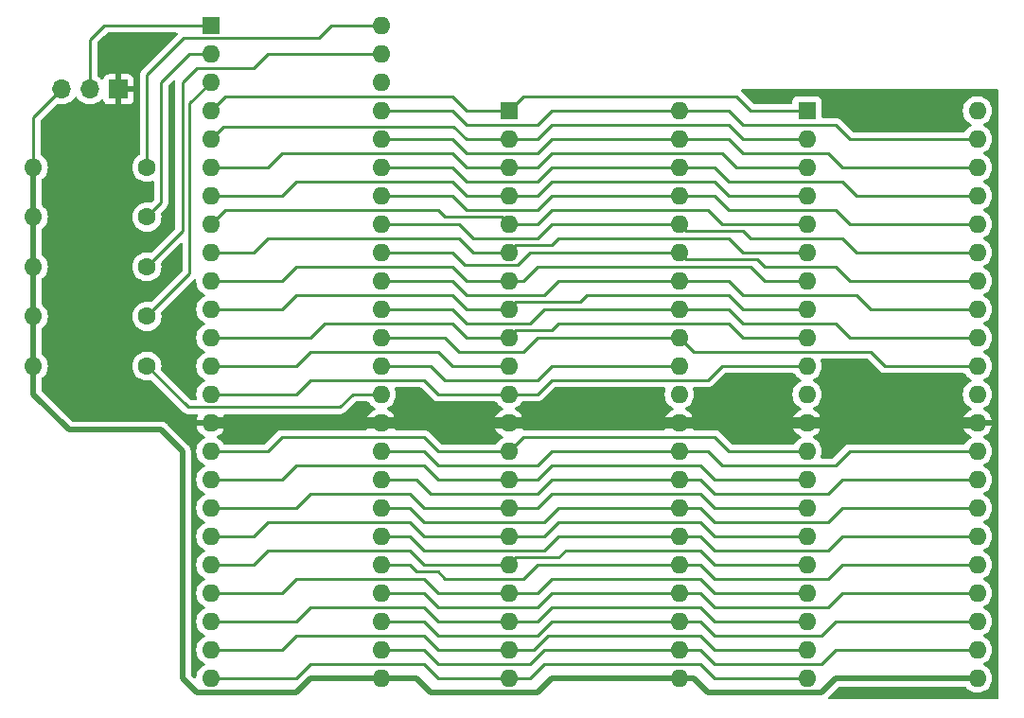
<source format=gbr>
%TF.GenerationSoftware,KiCad,Pcbnew,7.0.7*%
%TF.CreationDate,2023-12-17T10:52:51+01:00*%
%TF.ProjectId,everstar,65766572-7374-4617-922e-6b696361645f,rev?*%
%TF.SameCoordinates,Original*%
%TF.FileFunction,Copper,L1,Top*%
%TF.FilePolarity,Positive*%
%FSLAX46Y46*%
G04 Gerber Fmt 4.6, Leading zero omitted, Abs format (unit mm)*
G04 Created by KiCad (PCBNEW 7.0.7) date 2023-12-17 10:52:51*
%MOMM*%
%LPD*%
G01*
G04 APERTURE LIST*
%TA.AperFunction,ComponentPad*%
%ADD10C,1.600000*%
%TD*%
%TA.AperFunction,ComponentPad*%
%ADD11O,1.600000X1.600000*%
%TD*%
%TA.AperFunction,ComponentPad*%
%ADD12R,1.600000X1.600000*%
%TD*%
%TA.AperFunction,ComponentPad*%
%ADD13R,1.700000X1.700000*%
%TD*%
%TA.AperFunction,ComponentPad*%
%ADD14O,1.700000X1.700000*%
%TD*%
%TA.AperFunction,Conductor*%
%ADD15C,0.250000*%
%TD*%
%TA.AperFunction,Conductor*%
%ADD16C,1.000000*%
%TD*%
%TA.AperFunction,Conductor*%
%ADD17C,0.500000*%
%TD*%
G04 APERTURE END LIST*
D10*
%TO.P,R2,1*%
%TO.N,WP#{slash}ACC*%
X64135000Y-78105000D03*
D11*
%TO.P,R2,2*%
%TO.N,VCC*%
X53975000Y-78105000D03*
%TD*%
D10*
%TO.P,R1,1*%
%TO.N,RESET#*%
X64135000Y-73660000D03*
D11*
%TO.P,R1,2*%
%TO.N,VCC*%
X53975000Y-73660000D03*
%TD*%
D10*
%TO.P,R3,1*%
%TO.N,WE#*%
X64135000Y-82550000D03*
D11*
%TO.P,R3,2*%
%TO.N,VCC*%
X53975000Y-82550000D03*
%TD*%
D12*
%TO.P,J3,1,Pin_1*%
%TO.N,A18*%
X96520000Y-68580000D03*
D11*
%TO.P,J3,2,Pin_2*%
%TO.N,A17*%
X96520000Y-71120000D03*
%TO.P,J3,3,Pin_3*%
%TO.N,A7*%
X96520000Y-73660000D03*
%TO.P,J3,4,Pin_4*%
%TO.N,A6*%
X96520000Y-76200000D03*
%TO.P,J3,5,Pin_5*%
%TO.N,A5*%
X96520000Y-78740000D03*
%TO.P,J3,6,Pin_6*%
%TO.N,A4*%
X96520000Y-81280000D03*
%TO.P,J3,7,Pin_7*%
%TO.N,A3*%
X96520000Y-83820000D03*
%TO.P,J3,8,Pin_8*%
%TO.N,A2*%
X96520000Y-86360000D03*
%TO.P,J3,9,Pin_9*%
%TO.N,A1*%
X96520000Y-88900000D03*
%TO.P,J3,10,Pin_10*%
%TO.N,A0*%
X96520000Y-91440000D03*
%TO.P,J3,11,Pin_11*%
%TO.N,CE#*%
X96520000Y-93980000D03*
%TO.P,J3,12,Pin_12*%
%TO.N,GND*%
X96520000Y-96520000D03*
%TO.P,J3,13,Pin_13*%
%TO.N,OE#*%
X96520000Y-99060000D03*
%TO.P,J3,14,Pin_14*%
%TO.N,Q0*%
X96520000Y-101600000D03*
%TO.P,J3,15,Pin_15*%
%TO.N,Q8*%
X96520000Y-104140000D03*
%TO.P,J3,16,Pin_16*%
%TO.N,Q1*%
X96520000Y-106680000D03*
%TO.P,J3,17,Pin_17*%
%TO.N,Q9*%
X96520000Y-109220000D03*
%TO.P,J3,18,Pin_18*%
%TO.N,Q2*%
X96520000Y-111760000D03*
%TO.P,J3,19,Pin_19*%
%TO.N,Q10*%
X96520000Y-114300000D03*
%TO.P,J3,20,Pin_20*%
%TO.N,Q3*%
X96520000Y-116840000D03*
%TO.P,J3,21,Pin_21*%
%TO.N,Q11*%
X96520000Y-119380000D03*
%TO.P,J3,22,Pin_22*%
%TO.N,VCC*%
X111760000Y-119380000D03*
%TO.P,J3,23,Pin_23*%
%TO.N,Q4*%
X111760000Y-116840000D03*
%TO.P,J3,24,Pin_24*%
%TO.N,Q12*%
X111760000Y-114300000D03*
%TO.P,J3,25,Pin_25*%
%TO.N,Q5*%
X111760000Y-111760000D03*
%TO.P,J3,26,Pin_26*%
%TO.N,Q13*%
X111760000Y-109220000D03*
%TO.P,J3,27,Pin_27*%
%TO.N,Q6*%
X111760000Y-106680000D03*
%TO.P,J3,28,Pin_28*%
%TO.N,Q14*%
X111760000Y-104140000D03*
%TO.P,J3,29,Pin_29*%
%TO.N,Q7*%
X111760000Y-101600000D03*
%TO.P,J3,30,Pin_30*%
%TO.N,Q15*%
X111760000Y-99060000D03*
%TO.P,J3,31,Pin_31*%
%TO.N,GND*%
X111760000Y-96520000D03*
%TO.P,J3,32,Pin_32*%
%TO.N,A20*%
X111760000Y-93980000D03*
%TO.P,J3,33,Pin_33*%
%TO.N,A16*%
X111760000Y-91440000D03*
%TO.P,J3,34,Pin_34*%
%TO.N,A15*%
X111760000Y-88900000D03*
%TO.P,J3,35,Pin_35*%
%TO.N,A14*%
X111760000Y-86360000D03*
%TO.P,J3,36,Pin_36*%
%TO.N,A13*%
X111760000Y-83820000D03*
%TO.P,J3,37,Pin_37*%
%TO.N,A12*%
X111760000Y-81280000D03*
%TO.P,J3,38,Pin_38*%
%TO.N,A11*%
X111760000Y-78740000D03*
%TO.P,J3,39,Pin_39*%
%TO.N,A10*%
X111760000Y-76200000D03*
%TO.P,J3,40,Pin_40*%
%TO.N,A9*%
X111760000Y-73660000D03*
%TO.P,J3,41,Pin_41*%
%TO.N,A8*%
X111760000Y-71120000D03*
%TO.P,J3,42,Pin_42*%
%TO.N,A19*%
X111760000Y-68580000D03*
%TD*%
D10*
%TO.P,R5,1*%
%TO.N,BYTE#*%
X64135000Y-91440000D03*
D11*
%TO.P,R5,2*%
%TO.N,VCC*%
X53975000Y-91440000D03*
%TD*%
D10*
%TO.P,R4,1*%
%TO.N,RY{slash}BY#*%
X64135000Y-86995000D03*
D11*
%TO.P,R4,2*%
%TO.N,VCC*%
X53975000Y-86995000D03*
%TD*%
D12*
%TO.P,J1,1,Pin_1*%
%TO.N,A21*%
X69850000Y-60960000D03*
D11*
%TO.P,J1,2,Pin_2*%
%TO.N,WP#{slash}ACC*%
X69850000Y-63500000D03*
%TO.P,J1,3,Pin_3*%
%TO.N,RY{slash}BY#*%
X69850000Y-66040000D03*
%TO.P,J1,4,Pin_4*%
%TO.N,A18*%
X69850000Y-68580000D03*
%TO.P,J1,5,Pin_5*%
%TO.N,A17*%
X69850000Y-71120000D03*
%TO.P,J1,6,Pin_6*%
%TO.N,A7*%
X69850000Y-73660000D03*
%TO.P,J1,7,Pin_7*%
%TO.N,A6*%
X69850000Y-76200000D03*
%TO.P,J1,8,Pin_8*%
%TO.N,A5*%
X69850000Y-78740000D03*
%TO.P,J1,9,Pin_9*%
%TO.N,A4*%
X69850000Y-81280000D03*
%TO.P,J1,10,Pin_10*%
%TO.N,A3*%
X69850000Y-83820000D03*
%TO.P,J1,11,Pin_11*%
%TO.N,A2*%
X69850000Y-86360000D03*
%TO.P,J1,12,Pin_12*%
%TO.N,A1*%
X69850000Y-88900000D03*
%TO.P,J1,13,Pin_13*%
%TO.N,A0*%
X69850000Y-91440000D03*
%TO.P,J1,14,Pin_14*%
%TO.N,CE#*%
X69850000Y-93980000D03*
%TO.P,J1,15,Pin_15*%
%TO.N,GND*%
X69850000Y-96520000D03*
%TO.P,J1,16,Pin_16*%
%TO.N,OE#*%
X69850000Y-99060000D03*
%TO.P,J1,17,Pin_17*%
%TO.N,Q0*%
X69850000Y-101600000D03*
%TO.P,J1,18,Pin_18*%
%TO.N,Q8*%
X69850000Y-104140000D03*
%TO.P,J1,19,Pin_19*%
%TO.N,Q1*%
X69850000Y-106680000D03*
%TO.P,J1,20,Pin_20*%
%TO.N,Q9*%
X69850000Y-109220000D03*
%TO.P,J1,21,Pin_21*%
%TO.N,Q2*%
X69850000Y-111760000D03*
%TO.P,J1,22,Pin_22*%
%TO.N,Q10*%
X69850000Y-114300000D03*
%TO.P,J1,23,Pin_23*%
%TO.N,Q3*%
X69850000Y-116840000D03*
%TO.P,J1,24,Pin_24*%
%TO.N,Q11*%
X69850000Y-119380000D03*
%TO.P,J1,25,Pin_25*%
%TO.N,VCC*%
X85090000Y-119380000D03*
%TO.P,J1,26,Pin_26*%
%TO.N,Q4*%
X85090000Y-116840000D03*
%TO.P,J1,27,Pin_27*%
%TO.N,Q12*%
X85090000Y-114300000D03*
%TO.P,J1,28,Pin_28*%
%TO.N,Q5*%
X85090000Y-111760000D03*
%TO.P,J1,29,Pin_29*%
%TO.N,Q13*%
X85090000Y-109220000D03*
%TO.P,J1,30,Pin_30*%
%TO.N,Q6*%
X85090000Y-106680000D03*
%TO.P,J1,31,Pin_31*%
%TO.N,Q14*%
X85090000Y-104140000D03*
%TO.P,J1,32,Pin_32*%
%TO.N,Q7*%
X85090000Y-101600000D03*
%TO.P,J1,33,Pin_33*%
%TO.N,Q15*%
X85090000Y-99060000D03*
%TO.P,J1,34,Pin_34*%
%TO.N,GND*%
X85090000Y-96520000D03*
%TO.P,J1,35,Pin_35*%
%TO.N,BYTE#*%
X85090000Y-93980000D03*
%TO.P,J1,36,Pin_36*%
%TO.N,A16*%
X85090000Y-91440000D03*
%TO.P,J1,37,Pin_37*%
%TO.N,A15*%
X85090000Y-88900000D03*
%TO.P,J1,38,Pin_38*%
%TO.N,A14*%
X85090000Y-86360000D03*
%TO.P,J1,39,Pin_39*%
%TO.N,A13*%
X85090000Y-83820000D03*
%TO.P,J1,40,Pin_40*%
%TO.N,A12*%
X85090000Y-81280000D03*
%TO.P,J1,41,Pin_41*%
%TO.N,A11*%
X85090000Y-78740000D03*
%TO.P,J1,42,Pin_42*%
%TO.N,A10*%
X85090000Y-76200000D03*
%TO.P,J1,43,Pin_43*%
%TO.N,A9*%
X85090000Y-73660000D03*
%TO.P,J1,44,Pin_44*%
%TO.N,A8*%
X85090000Y-71120000D03*
%TO.P,J1,45,Pin_45*%
%TO.N,A19*%
X85090000Y-68580000D03*
%TO.P,J1,46,Pin_46*%
%TO.N,A20*%
X85090000Y-66040000D03*
%TO.P,J1,47,Pin_47*%
%TO.N,WE#*%
X85090000Y-63500000D03*
%TO.P,J1,48,Pin_48*%
%TO.N,RESET#*%
X85090000Y-60960000D03*
%TD*%
D13*
%TO.P,J4,1,Pin_1*%
%TO.N,GND*%
X61595000Y-66675000D03*
D14*
%TO.P,J4,2,Pin_2*%
%TO.N,A21*%
X59055000Y-66675000D03*
%TO.P,J4,3,Pin_3*%
%TO.N,VCC*%
X56515000Y-66675000D03*
%TD*%
D12*
%TO.P,J2,1,Pin_1*%
%TO.N,A18*%
X123190000Y-68580000D03*
D11*
%TO.P,J2,2,Pin_2*%
%TO.N,A17*%
X123190000Y-71120000D03*
%TO.P,J2,3,Pin_3*%
%TO.N,A7*%
X123190000Y-73660000D03*
%TO.P,J2,4,Pin_4*%
%TO.N,A6*%
X123190000Y-76200000D03*
%TO.P,J2,5,Pin_5*%
%TO.N,A5*%
X123190000Y-78740000D03*
%TO.P,J2,6,Pin_6*%
%TO.N,A4*%
X123190000Y-81280000D03*
%TO.P,J2,7,Pin_7*%
%TO.N,A3*%
X123190000Y-83820000D03*
%TO.P,J2,8,Pin_8*%
%TO.N,A2*%
X123190000Y-86360000D03*
%TO.P,J2,9,Pin_9*%
%TO.N,A1*%
X123190000Y-88900000D03*
%TO.P,J2,10,Pin_10*%
%TO.N,CE#*%
X123190000Y-91440000D03*
%TO.P,J2,11,Pin_11*%
%TO.N,A0*%
X123190000Y-93980000D03*
%TO.P,J2,12,Pin_12*%
%TO.N,GND*%
X123190000Y-96520000D03*
%TO.P,J2,13,Pin_13*%
%TO.N,OE#*%
X123190000Y-99060000D03*
%TO.P,J2,14,Pin_14*%
%TO.N,Q0*%
X123190000Y-101600000D03*
%TO.P,J2,15,Pin_15*%
%TO.N,Q8*%
X123190000Y-104140000D03*
%TO.P,J2,16,Pin_16*%
%TO.N,Q1*%
X123190000Y-106680000D03*
%TO.P,J2,17,Pin_17*%
%TO.N,Q9*%
X123190000Y-109220000D03*
%TO.P,J2,18,Pin_18*%
%TO.N,Q2*%
X123190000Y-111760000D03*
%TO.P,J2,19,Pin_19*%
%TO.N,Q10*%
X123190000Y-114300000D03*
%TO.P,J2,20,Pin_20*%
%TO.N,Q3*%
X123190000Y-116840000D03*
%TO.P,J2,21,Pin_21*%
%TO.N,Q11*%
X123190000Y-119380000D03*
%TO.P,J2,22,Pin_22*%
%TO.N,VCC*%
X138430000Y-119380000D03*
%TO.P,J2,23,Pin_23*%
%TO.N,Q4*%
X138430000Y-116840000D03*
%TO.P,J2,24,Pin_24*%
%TO.N,Q12*%
X138430000Y-114300000D03*
%TO.P,J2,25,Pin_25*%
%TO.N,Q5*%
X138430000Y-111760000D03*
%TO.P,J2,26,Pin_26*%
%TO.N,Q13*%
X138430000Y-109220000D03*
%TO.P,J2,27,Pin_27*%
%TO.N,Q6*%
X138430000Y-106680000D03*
%TO.P,J2,28,Pin_28*%
%TO.N,Q14*%
X138430000Y-104140000D03*
%TO.P,J2,29,Pin_29*%
%TO.N,Q7*%
X138430000Y-101600000D03*
%TO.P,J2,30,Pin_30*%
%TO.N,Q15*%
X138430000Y-99060000D03*
%TO.P,J2,31,Pin_31*%
%TO.N,GND*%
X138430000Y-96520000D03*
%TO.P,J2,32,Pin_32*%
%TO.N,A16*%
X138430000Y-93980000D03*
%TO.P,J2,33,Pin_33*%
%TO.N,A15*%
X138430000Y-91440000D03*
%TO.P,J2,34,Pin_34*%
%TO.N,A14*%
X138430000Y-88900000D03*
%TO.P,J2,35,Pin_35*%
%TO.N,A13*%
X138430000Y-86360000D03*
%TO.P,J2,36,Pin_36*%
%TO.N,A12*%
X138430000Y-83820000D03*
%TO.P,J2,37,Pin_37*%
%TO.N,A11*%
X138430000Y-81280000D03*
%TO.P,J2,38,Pin_38*%
%TO.N,A10*%
X138430000Y-78740000D03*
%TO.P,J2,39,Pin_39*%
%TO.N,A9*%
X138430000Y-76200000D03*
%TO.P,J2,40,Pin_40*%
%TO.N,A8*%
X138430000Y-73660000D03*
%TO.P,J2,41,Pin_41*%
%TO.N,A19*%
X138430000Y-71120000D03*
%TO.P,J2,42,Pin_42*%
%TO.N,WE#*%
X138430000Y-68580000D03*
%TD*%
D15*
%TO.N,A21*%
X60325000Y-60960000D02*
X69850000Y-60960000D01*
X59055000Y-66675000D02*
X59055000Y-62230000D01*
X59055000Y-62230000D02*
X60325000Y-60960000D01*
%TO.N,WP#{slash}ACC*%
X64135000Y-78105000D02*
X65405000Y-76835000D01*
X65405000Y-66040000D02*
X67945000Y-63500000D01*
X65405000Y-76835000D02*
X65405000Y-66040000D01*
X67945000Y-63500000D02*
X69850000Y-63500000D01*
%TO.N,RY{slash}BY#*%
X67945000Y-67945000D02*
X69850000Y-66040000D01*
X67945000Y-83185000D02*
X67945000Y-67945000D01*
X64135000Y-86995000D02*
X67945000Y-83185000D01*
%TO.N,A18*%
X92710000Y-68580000D02*
X91440000Y-67310000D01*
X118110000Y-68580000D02*
X116840000Y-67310000D01*
X97790000Y-67310000D02*
X96520000Y-68580000D01*
X123190000Y-68580000D02*
X118110000Y-68580000D01*
X91440000Y-67310000D02*
X71120000Y-67310000D01*
X116840000Y-67310000D02*
X97790000Y-67310000D01*
X71120000Y-67310000D02*
X69850000Y-68580000D01*
X96520000Y-68580000D02*
X92710000Y-68580000D01*
%TO.N,A17*%
X117475000Y-71120000D02*
X116205000Y-69850000D01*
X116205000Y-69850000D02*
X100330000Y-69850000D01*
X69850000Y-71120000D02*
X70975000Y-69995000D01*
X70975000Y-69995000D02*
X91585000Y-69995000D01*
X91585000Y-69995000D02*
X92710000Y-71120000D01*
X100330000Y-69850000D02*
X99060000Y-71120000D01*
X99060000Y-71120000D02*
X96520000Y-71120000D01*
X123190000Y-71120000D02*
X117475000Y-71120000D01*
X92710000Y-71120000D02*
X96520000Y-71120000D01*
%TO.N,A7*%
X76200000Y-72390000D02*
X74930000Y-73660000D01*
X92710000Y-73660000D02*
X91440000Y-72390000D01*
X74930000Y-73660000D02*
X69850000Y-73660000D01*
X100330000Y-72390000D02*
X99060000Y-73660000D01*
X99060000Y-73660000D02*
X96520000Y-73660000D01*
X115570000Y-72390000D02*
X100330000Y-72390000D01*
X96520000Y-73660000D02*
X92710000Y-73660000D01*
X91440000Y-72390000D02*
X76200000Y-72390000D01*
X123190000Y-73660000D02*
X116840000Y-73660000D01*
X116840000Y-73660000D02*
X115570000Y-72390000D01*
%TO.N,A6*%
X114935000Y-74930000D02*
X100330000Y-74930000D01*
X77470000Y-74930000D02*
X76200000Y-76200000D01*
X123190000Y-76200000D02*
X116205000Y-76200000D01*
X100330000Y-74930000D02*
X99060000Y-76200000D01*
X91440000Y-74930000D02*
X77470000Y-74930000D01*
X76200000Y-76200000D02*
X69850000Y-76200000D01*
X92710000Y-76200000D02*
X91440000Y-74930000D01*
X116205000Y-76200000D02*
X114935000Y-74930000D01*
X99060000Y-76200000D02*
X96520000Y-76200000D01*
X96520000Y-76200000D02*
X92710000Y-76200000D01*
%TO.N,A5*%
X99060000Y-78740000D02*
X96520000Y-78740000D01*
X96520000Y-78740000D02*
X95885000Y-78105000D01*
X114300000Y-77470000D02*
X100330000Y-77470000D01*
X90805000Y-78105000D02*
X90170000Y-77470000D01*
X123190000Y-78740000D02*
X115570000Y-78740000D01*
X95885000Y-78105000D02*
X90805000Y-78105000D01*
X115570000Y-78740000D02*
X114300000Y-77470000D01*
X90170000Y-77470000D02*
X71120000Y-77470000D01*
X100330000Y-77470000D02*
X99060000Y-78740000D01*
X71120000Y-77470000D02*
X69850000Y-78740000D01*
%TO.N,A4*%
X117475000Y-81280000D02*
X116205000Y-80010000D01*
X92075000Y-80010000D02*
X74930000Y-80010000D01*
X100330000Y-80645000D02*
X97155000Y-80645000D01*
X100965000Y-80010000D02*
X100330000Y-80645000D01*
X74930000Y-80010000D02*
X73660000Y-81280000D01*
X123190000Y-81280000D02*
X117475000Y-81280000D01*
X93345000Y-81280000D02*
X92075000Y-80010000D01*
X73660000Y-81280000D02*
X69850000Y-81280000D01*
X96520000Y-81280000D02*
X93345000Y-81280000D01*
X97155000Y-80645000D02*
X96520000Y-81280000D01*
X116205000Y-80010000D02*
X100965000Y-80010000D01*
%TO.N,A3*%
X123190000Y-83820000D02*
X119380000Y-83820000D01*
X91440000Y-82550000D02*
X77470000Y-82550000D01*
X77470000Y-82550000D02*
X76200000Y-83820000D01*
X118110000Y-82550000D02*
X99060000Y-82550000D01*
X99060000Y-82550000D02*
X97790000Y-83820000D01*
X92710000Y-83820000D02*
X91440000Y-82550000D01*
X76200000Y-83820000D02*
X69850000Y-83820000D01*
X96520000Y-83820000D02*
X92710000Y-83820000D01*
X119380000Y-83820000D02*
X118110000Y-82550000D01*
X97790000Y-83820000D02*
X96520000Y-83820000D01*
%TO.N,A2*%
X76200000Y-86360000D02*
X69850000Y-86360000D01*
X117475000Y-86360000D02*
X116205000Y-85090000D01*
X102870000Y-85725000D02*
X97155000Y-85725000D01*
X123190000Y-86360000D02*
X117475000Y-86360000D01*
X92710000Y-86360000D02*
X91440000Y-85090000D01*
X91440000Y-85090000D02*
X77470000Y-85090000D01*
X116205000Y-85090000D02*
X103505000Y-85090000D01*
X97155000Y-85725000D02*
X96520000Y-86360000D01*
X96520000Y-86360000D02*
X92710000Y-86360000D01*
X77470000Y-85090000D02*
X76200000Y-86360000D01*
X103505000Y-85090000D02*
X102870000Y-85725000D01*
%TO.N,A1*%
X97155000Y-88265000D02*
X96520000Y-88900000D01*
X92710000Y-88900000D02*
X91440000Y-87630000D01*
X78740000Y-88900000D02*
X69850000Y-88900000D01*
X123190000Y-88900000D02*
X117475000Y-88900000D01*
X116205000Y-87630000D02*
X100965000Y-87630000D01*
X91440000Y-87630000D02*
X80010000Y-87630000D01*
X100965000Y-87630000D02*
X100330000Y-88265000D01*
X96520000Y-88900000D02*
X92710000Y-88900000D01*
X80010000Y-87630000D02*
X78740000Y-88900000D01*
X100330000Y-88265000D02*
X97155000Y-88265000D01*
X117475000Y-88900000D02*
X116205000Y-87630000D01*
%TO.N,A0*%
X90170000Y-90170000D02*
X78740000Y-90170000D01*
X78740000Y-90170000D02*
X77470000Y-91440000D01*
X77470000Y-91440000D02*
X69850000Y-91440000D01*
X91440000Y-91440000D02*
X90170000Y-90170000D01*
X96520000Y-91440000D02*
X91440000Y-91440000D01*
%TO.N,CE#*%
X90170000Y-93980000D02*
X88900000Y-92710000D01*
X77470000Y-93980000D02*
X69850000Y-93980000D01*
X78740000Y-92710000D02*
X77470000Y-93980000D01*
X96520000Y-93980000D02*
X90170000Y-93980000D01*
X100330000Y-92710000D02*
X99060000Y-93980000D01*
X114300000Y-92710000D02*
X100330000Y-92710000D01*
X99060000Y-93980000D02*
X96520000Y-93980000D01*
X115570000Y-91440000D02*
X114300000Y-92710000D01*
X123190000Y-91440000D02*
X115570000Y-91440000D01*
X88900000Y-92710000D02*
X78740000Y-92710000D01*
%TO.N,GND*%
X61595000Y-66675000D02*
X61595000Y-93980000D01*
X66675000Y-96520000D02*
X69850000Y-96520000D01*
X62865000Y-95250000D02*
X65405000Y-95250000D01*
D16*
X69850000Y-96520000D02*
X138430000Y-96520000D01*
D15*
X61595000Y-93980000D02*
X62865000Y-95250000D01*
X65405000Y-95250000D02*
X66675000Y-96520000D01*
%TO.N,OE#*%
X74930000Y-99060000D02*
X69850000Y-99060000D01*
X76200000Y-97790000D02*
X74930000Y-99060000D01*
X114935000Y-97790000D02*
X97790000Y-97790000D01*
X116205000Y-99060000D02*
X114935000Y-97790000D01*
X90170000Y-99060000D02*
X88900000Y-97790000D01*
X96520000Y-99060000D02*
X90170000Y-99060000D01*
X123190000Y-99060000D02*
X116205000Y-99060000D01*
X97790000Y-97790000D02*
X96520000Y-99060000D01*
X88900000Y-97790000D02*
X76200000Y-97790000D01*
%TO.N,Q0*%
X88900000Y-100330000D02*
X77470000Y-100330000D01*
X90170000Y-101600000D02*
X88900000Y-100330000D01*
X96520000Y-101600000D02*
X90170000Y-101600000D01*
X99060000Y-101600000D02*
X96520000Y-101600000D01*
X123190000Y-101600000D02*
X114935000Y-101600000D01*
X114935000Y-101600000D02*
X113665000Y-100330000D01*
X100330000Y-100330000D02*
X99060000Y-101600000D01*
X77470000Y-100330000D02*
X76200000Y-101600000D01*
X76200000Y-101600000D02*
X69850000Y-101600000D01*
X113665000Y-100330000D02*
X100330000Y-100330000D01*
%TO.N,Q8*%
X88900000Y-104140000D02*
X87630000Y-102870000D01*
X77470000Y-104140000D02*
X69850000Y-104140000D01*
X96520000Y-104140000D02*
X88900000Y-104140000D01*
X113665000Y-102870000D02*
X100330000Y-102870000D01*
X100330000Y-102870000D02*
X99060000Y-104140000D01*
X123190000Y-104140000D02*
X114935000Y-104140000D01*
X78740000Y-102870000D02*
X77470000Y-104140000D01*
X114935000Y-104140000D02*
X113665000Y-102870000D01*
X99060000Y-104140000D02*
X96520000Y-104140000D01*
X87630000Y-102870000D02*
X78740000Y-102870000D01*
%TO.N,Q1*%
X87630000Y-105410000D02*
X74930000Y-105410000D01*
X99695000Y-106680000D02*
X96520000Y-106680000D01*
X113665000Y-105410000D02*
X100965000Y-105410000D01*
X123190000Y-106680000D02*
X114935000Y-106680000D01*
X114935000Y-106680000D02*
X113665000Y-105410000D01*
X73660000Y-106680000D02*
X69850000Y-106680000D01*
X100965000Y-105410000D02*
X99695000Y-106680000D01*
X88900000Y-106680000D02*
X87630000Y-105410000D01*
X74930000Y-105410000D02*
X73660000Y-106680000D01*
X96520000Y-106680000D02*
X88900000Y-106680000D01*
%TO.N,Q9*%
X96520000Y-109220000D02*
X88900000Y-109220000D01*
X87630000Y-107950000D02*
X74930000Y-107950000D01*
X114935000Y-109220000D02*
X113665000Y-107950000D01*
X88900000Y-109220000D02*
X87630000Y-107950000D01*
X97155000Y-108585000D02*
X96520000Y-109220000D01*
X74930000Y-107950000D02*
X73660000Y-109220000D01*
X113665000Y-107950000D02*
X101600000Y-107950000D01*
X73660000Y-109220000D02*
X69850000Y-109220000D01*
X101600000Y-107950000D02*
X100965000Y-108585000D01*
X100965000Y-108585000D02*
X97155000Y-108585000D01*
X123190000Y-109220000D02*
X114935000Y-109220000D01*
%TO.N,Q2*%
X90170000Y-111760000D02*
X88900000Y-110490000D01*
X77470000Y-110490000D02*
X76200000Y-111760000D01*
X114935000Y-111760000D02*
X113665000Y-110490000D01*
X99060000Y-111760000D02*
X96520000Y-111760000D01*
X123190000Y-111760000D02*
X114935000Y-111760000D01*
X88900000Y-110490000D02*
X77470000Y-110490000D01*
X113665000Y-110490000D02*
X100330000Y-110490000D01*
X76200000Y-111760000D02*
X69850000Y-111760000D01*
X96520000Y-111760000D02*
X90170000Y-111760000D01*
X100330000Y-110490000D02*
X99060000Y-111760000D01*
%TO.N,Q10*%
X96520000Y-114300000D02*
X90170000Y-114300000D01*
X90170000Y-114300000D02*
X88900000Y-113030000D01*
X99060000Y-114300000D02*
X96520000Y-114300000D01*
X88900000Y-113030000D02*
X78740000Y-113030000D01*
X100330000Y-113030000D02*
X99060000Y-114300000D01*
X114935000Y-114300000D02*
X113665000Y-113030000D01*
X77470000Y-114300000D02*
X69850000Y-114300000D01*
X113665000Y-113030000D02*
X100330000Y-113030000D01*
X123190000Y-114300000D02*
X114935000Y-114300000D01*
X78740000Y-113030000D02*
X77470000Y-114300000D01*
%TO.N,Q3*%
X113665000Y-115570000D02*
X100012500Y-115570000D01*
X100012500Y-115570000D02*
X98742500Y-116840000D01*
X123190000Y-116840000D02*
X114935000Y-116840000D01*
X114935000Y-116840000D02*
X113665000Y-115570000D01*
X96520000Y-116840000D02*
X90170000Y-116840000D01*
X90170000Y-116840000D02*
X88900000Y-115570000D01*
X76200000Y-116840000D02*
X69850000Y-116840000D01*
X77470000Y-115570000D02*
X76200000Y-116840000D01*
X98742500Y-116840000D02*
X96520000Y-116840000D01*
X88900000Y-115570000D02*
X77470000Y-115570000D01*
%TO.N,Q11*%
X98425000Y-119380000D02*
X96520000Y-119380000D01*
X96520000Y-119380000D02*
X90170000Y-119380000D01*
X88900000Y-118110000D02*
X78740000Y-118110000D01*
X77470000Y-119380000D02*
X69850000Y-119380000D01*
X123190000Y-119380000D02*
X114935000Y-119380000D01*
X90170000Y-119380000D02*
X88900000Y-118110000D01*
X78740000Y-118110000D02*
X77470000Y-119380000D01*
X114935000Y-119380000D02*
X113665000Y-118110000D01*
X99695000Y-118110000D02*
X98425000Y-119380000D01*
X113665000Y-118110000D02*
X99695000Y-118110000D01*
D17*
%TO.N,VCC*%
X77470000Y-120650000D02*
X68580000Y-120650000D01*
D15*
X53975000Y-69215000D02*
X53975000Y-73660000D01*
D17*
X85090000Y-119380000D02*
X78740000Y-119380000D01*
X111760000Y-119380000D02*
X100330000Y-119380000D01*
X88265000Y-119380000D02*
X85090000Y-119380000D01*
X65405000Y-97155000D02*
X57150000Y-97155000D01*
X99060000Y-120650000D02*
X89535000Y-120650000D01*
X89535000Y-120650000D02*
X88265000Y-119380000D01*
X53975000Y-93980000D02*
X53975000Y-91440000D01*
X124460000Y-120650000D02*
X114300000Y-120650000D01*
X57150000Y-97155000D02*
X53975000Y-93980000D01*
D15*
X56515000Y-66675000D02*
X53975000Y-69215000D01*
D17*
X67310000Y-99060000D02*
X65405000Y-97155000D01*
X113030000Y-119380000D02*
X111760000Y-119380000D01*
X67310000Y-119380000D02*
X67310000Y-99060000D01*
X100330000Y-119380000D02*
X99060000Y-120650000D01*
X68580000Y-120650000D02*
X67310000Y-119380000D01*
X125730000Y-119380000D02*
X124460000Y-120650000D01*
X78740000Y-119380000D02*
X77470000Y-120650000D01*
X53975000Y-91440000D02*
X53975000Y-73660000D01*
X114300000Y-120650000D02*
X113030000Y-119380000D01*
X138430000Y-119380000D02*
X125730000Y-119380000D01*
D15*
%TO.N,Q4*%
X88900000Y-116840000D02*
X85090000Y-116840000D01*
X111760000Y-116840000D02*
X99695000Y-116840000D01*
X114935000Y-118110000D02*
X113665000Y-116840000D01*
X125730000Y-116840000D02*
X124460000Y-118110000D01*
X138430000Y-116840000D02*
X125730000Y-116840000D01*
X90170000Y-118110000D02*
X88900000Y-116840000D01*
X113665000Y-116840000D02*
X111760000Y-116840000D01*
X98425000Y-118110000D02*
X90170000Y-118110000D01*
X99695000Y-116840000D02*
X98425000Y-118110000D01*
X124460000Y-118110000D02*
X114935000Y-118110000D01*
%TO.N,Q12*%
X99060000Y-115570000D02*
X90170000Y-115570000D01*
X114935000Y-115570000D02*
X113665000Y-114300000D01*
X113665000Y-114300000D02*
X111760000Y-114300000D01*
X111760000Y-114300000D02*
X100330000Y-114300000D01*
X125730000Y-114300000D02*
X124460000Y-115570000D01*
X100330000Y-114300000D02*
X99060000Y-115570000D01*
X88900000Y-114300000D02*
X85090000Y-114300000D01*
X138430000Y-114300000D02*
X125730000Y-114300000D01*
X124460000Y-115570000D02*
X114935000Y-115570000D01*
X90170000Y-115570000D02*
X88900000Y-114300000D01*
%TO.N,Q5*%
X90170000Y-113030000D02*
X88900000Y-111760000D01*
X88900000Y-111760000D02*
X85090000Y-111760000D01*
X99060000Y-113030000D02*
X90170000Y-113030000D01*
X114935000Y-113030000D02*
X113665000Y-111760000D01*
X125095000Y-113030000D02*
X114935000Y-113030000D01*
X138430000Y-111760000D02*
X126365000Y-111760000D01*
X100330000Y-111760000D02*
X99060000Y-113030000D01*
X126365000Y-111760000D02*
X125095000Y-113030000D01*
X111760000Y-111760000D02*
X100330000Y-111760000D01*
X113665000Y-111760000D02*
X111760000Y-111760000D01*
%TO.N,Q13*%
X90805000Y-110490000D02*
X90170000Y-109855000D01*
X111760000Y-109220000D02*
X99060000Y-109220000D01*
X97790000Y-110490000D02*
X90805000Y-110490000D01*
X138430000Y-109220000D02*
X126365000Y-109220000D01*
X87630000Y-109220000D02*
X85090000Y-109220000D01*
X114935000Y-110490000D02*
X113665000Y-109220000D01*
X126365000Y-109220000D02*
X125095000Y-110490000D01*
X99060000Y-109220000D02*
X97790000Y-110490000D01*
X113665000Y-109220000D02*
X111760000Y-109220000D01*
X88265000Y-109855000D02*
X87630000Y-109220000D01*
X90170000Y-109855000D02*
X88265000Y-109855000D01*
X125095000Y-110490000D02*
X114935000Y-110490000D01*
%TO.N,Q6*%
X111760000Y-106680000D02*
X100965000Y-106680000D01*
X113665000Y-106680000D02*
X111760000Y-106680000D01*
X125095000Y-107950000D02*
X114935000Y-107950000D01*
X100965000Y-106680000D02*
X99695000Y-107950000D01*
X99695000Y-107950000D02*
X88900000Y-107950000D01*
X138430000Y-106680000D02*
X126365000Y-106680000D01*
X87630000Y-106680000D02*
X85090000Y-106680000D01*
X88900000Y-107950000D02*
X87630000Y-106680000D01*
X126365000Y-106680000D02*
X125095000Y-107950000D01*
X114935000Y-107950000D02*
X113665000Y-106680000D01*
%TO.N,Q14*%
X126365000Y-104140000D02*
X125095000Y-105410000D01*
X87630000Y-104140000D02*
X85090000Y-104140000D01*
X111760000Y-104140000D02*
X100965000Y-104140000D01*
X125095000Y-105410000D02*
X114935000Y-105410000D01*
X138430000Y-104140000D02*
X126365000Y-104140000D01*
X99695000Y-105410000D02*
X88900000Y-105410000D01*
X113665000Y-104140000D02*
X111760000Y-104140000D01*
X100965000Y-104140000D02*
X99695000Y-105410000D01*
X88900000Y-105410000D02*
X87630000Y-104140000D01*
X114935000Y-105410000D02*
X113665000Y-104140000D01*
%TO.N,Q7*%
X113665000Y-101600000D02*
X111760000Y-101600000D01*
X114935000Y-102870000D02*
X113665000Y-101600000D01*
X111760000Y-101600000D02*
X100330000Y-101600000D01*
X100330000Y-101600000D02*
X99060000Y-102870000D01*
X99060000Y-102870000D02*
X89535000Y-102870000D01*
X126365000Y-101600000D02*
X125095000Y-102870000D01*
X138430000Y-101600000D02*
X126365000Y-101600000D01*
X89535000Y-102870000D02*
X88265000Y-101600000D01*
X88265000Y-101600000D02*
X85090000Y-101600000D01*
X125095000Y-102870000D02*
X114935000Y-102870000D01*
%TO.N,Q15*%
X127000000Y-99060000D02*
X125730000Y-100330000D01*
X125730000Y-100330000D02*
X115570000Y-100330000D01*
X114300000Y-99060000D02*
X111760000Y-99060000D01*
X90170000Y-100330000D02*
X88900000Y-99060000D01*
X99060000Y-100330000D02*
X90170000Y-100330000D01*
X115570000Y-100330000D02*
X114300000Y-99060000D01*
X138430000Y-99060000D02*
X127000000Y-99060000D01*
X111760000Y-99060000D02*
X100330000Y-99060000D01*
X88900000Y-99060000D02*
X85090000Y-99060000D01*
X100330000Y-99060000D02*
X99060000Y-100330000D01*
%TO.N,BYTE#*%
X67800000Y-95105000D02*
X81425000Y-95105000D01*
X64135000Y-91440000D02*
X67800000Y-95105000D01*
X81425000Y-95105000D02*
X82550000Y-93980000D01*
X82550000Y-93980000D02*
X85090000Y-93980000D01*
%TO.N,A16*%
X111760000Y-91440000D02*
X100330000Y-91440000D01*
X89535000Y-91440000D02*
X85090000Y-91440000D01*
X100330000Y-91440000D02*
X99060000Y-92710000D01*
X90805000Y-92710000D02*
X89535000Y-91440000D01*
X99060000Y-92710000D02*
X90805000Y-92710000D01*
%TO.N,A15*%
X113030000Y-90170000D02*
X111760000Y-88900000D01*
X130175000Y-91440000D02*
X128905000Y-90170000D01*
X138430000Y-91440000D02*
X130175000Y-91440000D01*
X97790000Y-90170000D02*
X92075000Y-90170000D01*
X90805000Y-88900000D02*
X85090000Y-88900000D01*
X92075000Y-90170000D02*
X90805000Y-88900000D01*
X111760000Y-88900000D02*
X99060000Y-88900000D01*
X128905000Y-90170000D02*
X113030000Y-90170000D01*
X99060000Y-88900000D02*
X97790000Y-90170000D01*
%TO.N,A14*%
X116205000Y-86360000D02*
X111760000Y-86360000D01*
X99695000Y-86360000D02*
X98425000Y-87630000D01*
X98425000Y-87630000D02*
X92710000Y-87630000D01*
X127000000Y-88900000D02*
X125730000Y-87630000D01*
X92710000Y-87630000D02*
X91440000Y-86360000D01*
X138430000Y-88900000D02*
X127000000Y-88900000D01*
X117475000Y-87630000D02*
X116205000Y-86360000D01*
X125730000Y-87630000D02*
X117475000Y-87630000D01*
X91440000Y-86360000D02*
X85090000Y-86360000D01*
X111760000Y-86360000D02*
X99695000Y-86360000D01*
%TO.N,A13*%
X128905000Y-86360000D02*
X127635000Y-85090000D01*
X100965000Y-83820000D02*
X99695000Y-85090000D01*
X99695000Y-85090000D02*
X92710000Y-85090000D01*
X111760000Y-83820000D02*
X100965000Y-83820000D01*
X127635000Y-85090000D02*
X117475000Y-85090000D01*
X92710000Y-85090000D02*
X91440000Y-83820000D01*
X117475000Y-85090000D02*
X116205000Y-83820000D01*
X116205000Y-83820000D02*
X111760000Y-83820000D01*
X91440000Y-83820000D02*
X85090000Y-83820000D01*
X138430000Y-86360000D02*
X128905000Y-86360000D01*
%TO.N,A12*%
X97300000Y-82405000D02*
X92565000Y-82405000D01*
X119380000Y-82550000D02*
X118745000Y-81915000D01*
X91440000Y-81280000D02*
X85090000Y-81280000D01*
X118745000Y-81915000D02*
X112395000Y-81915000D01*
X98425000Y-81280000D02*
X97300000Y-82405000D01*
X111760000Y-81280000D02*
X98425000Y-81280000D01*
X127000000Y-83820000D02*
X125730000Y-82550000D01*
X92565000Y-82405000D02*
X91440000Y-81280000D01*
X112395000Y-81915000D02*
X111760000Y-81280000D01*
X125730000Y-82550000D02*
X119380000Y-82550000D01*
X138430000Y-83820000D02*
X127000000Y-83820000D01*
%TO.N,A11*%
X117475000Y-79375000D02*
X112395000Y-79375000D01*
X118110000Y-80010000D02*
X117475000Y-79375000D01*
X127635000Y-81280000D02*
X126365000Y-80010000D01*
X99060000Y-80010000D02*
X93345000Y-80010000D01*
X138430000Y-81280000D02*
X127635000Y-81280000D01*
X126365000Y-80010000D02*
X118110000Y-80010000D01*
X111760000Y-78740000D02*
X100330000Y-78740000D01*
X100330000Y-78740000D02*
X99060000Y-80010000D01*
X112395000Y-79375000D02*
X111760000Y-78740000D01*
X93345000Y-80010000D02*
X92075000Y-78740000D01*
X92075000Y-78740000D02*
X85090000Y-78740000D01*
%TO.N,A10*%
X91440000Y-76200000D02*
X85090000Y-76200000D01*
X111760000Y-76200000D02*
X100330000Y-76200000D01*
X138430000Y-78740000D02*
X127000000Y-78740000D01*
X114935000Y-76200000D02*
X111760000Y-76200000D01*
X92710000Y-77470000D02*
X91440000Y-76200000D01*
X116205000Y-77470000D02*
X114935000Y-76200000D01*
X125730000Y-77470000D02*
X116205000Y-77470000D01*
X100330000Y-76200000D02*
X99060000Y-77470000D01*
X127000000Y-78740000D02*
X125730000Y-77470000D01*
X99060000Y-77470000D02*
X92710000Y-77470000D01*
%TO.N,A9*%
X116205000Y-74930000D02*
X114935000Y-73660000D01*
X114935000Y-73660000D02*
X111760000Y-73660000D01*
X92710000Y-74930000D02*
X91440000Y-73660000D01*
X138430000Y-76200000D02*
X127635000Y-76200000D01*
X111760000Y-73660000D02*
X100330000Y-73660000D01*
X127635000Y-76200000D02*
X126365000Y-74930000D01*
X91440000Y-73660000D02*
X85090000Y-73660000D01*
X99060000Y-74930000D02*
X92710000Y-74930000D01*
X100330000Y-73660000D02*
X99060000Y-74930000D01*
X126365000Y-74930000D02*
X116205000Y-74930000D01*
%TO.N,A8*%
X111760000Y-71120000D02*
X100330000Y-71120000D01*
X99060000Y-72390000D02*
X92710000Y-72390000D01*
X100330000Y-71120000D02*
X99060000Y-72390000D01*
X125095000Y-72390000D02*
X117475000Y-72390000D01*
X117475000Y-72390000D02*
X116205000Y-71120000D01*
X138430000Y-73660000D02*
X126365000Y-73660000D01*
X91440000Y-71120000D02*
X85090000Y-71120000D01*
X126365000Y-73660000D02*
X125095000Y-72390000D01*
X92710000Y-72390000D02*
X91440000Y-71120000D01*
X116205000Y-71120000D02*
X111760000Y-71120000D01*
%TO.N,A19*%
X116205000Y-68580000D02*
X111760000Y-68580000D01*
X99060000Y-69850000D02*
X92710000Y-69850000D01*
X111760000Y-68580000D02*
X100330000Y-68580000D01*
X127000000Y-71120000D02*
X125730000Y-69850000D01*
X100330000Y-68580000D02*
X99060000Y-69850000D01*
X138430000Y-71120000D02*
X127000000Y-71120000D01*
X92710000Y-69850000D02*
X91440000Y-68580000D01*
X125730000Y-69850000D02*
X117475000Y-69850000D01*
X117475000Y-69850000D02*
X116205000Y-68580000D01*
X91440000Y-68580000D02*
X85090000Y-68580000D01*
%TO.N,WE#*%
X73660000Y-64770000D02*
X74930000Y-63500000D01*
X74930000Y-63500000D02*
X85090000Y-63500000D01*
X67310000Y-66040000D02*
X68580000Y-64770000D01*
X68580000Y-64770000D02*
X73660000Y-64770000D01*
X64135000Y-82550000D02*
X67310000Y-79375000D01*
X67310000Y-79375000D02*
X67310000Y-66040000D01*
%TO.N,RESET#*%
X64135000Y-73660000D02*
X64135000Y-65405000D01*
X79520000Y-62085000D02*
X80645000Y-60960000D01*
X67455000Y-62085000D02*
X79520000Y-62085000D01*
X64135000Y-65405000D02*
X67455000Y-62085000D01*
X80645000Y-60960000D02*
X85090000Y-60960000D01*
%TD*%
%TA.AperFunction,Conductor*%
%TO.N,GND*%
G36*
X140277539Y-66695185D02*
G01*
X140323294Y-66747989D01*
X140334500Y-66799500D01*
X140334500Y-121160500D01*
X140314815Y-121227539D01*
X140262011Y-121273294D01*
X140210500Y-121284500D01*
X125186230Y-121284500D01*
X125119191Y-121264815D01*
X125073436Y-121212011D01*
X125063492Y-121142853D01*
X125092517Y-121079297D01*
X125098549Y-121072819D01*
X126004548Y-120166819D01*
X126065871Y-120133334D01*
X126092229Y-120130500D01*
X137303337Y-120130500D01*
X137370376Y-120150185D01*
X137404912Y-120183377D01*
X137429954Y-120219141D01*
X137590858Y-120380045D01*
X137590861Y-120380047D01*
X137777266Y-120510568D01*
X137983504Y-120606739D01*
X138203308Y-120665635D01*
X138365230Y-120679801D01*
X138429998Y-120685468D01*
X138430000Y-120685468D01*
X138430002Y-120685468D01*
X138486672Y-120680509D01*
X138656692Y-120665635D01*
X138876496Y-120606739D01*
X139082734Y-120510568D01*
X139269139Y-120380047D01*
X139430047Y-120219139D01*
X139560568Y-120032734D01*
X139656739Y-119826496D01*
X139715635Y-119606692D01*
X139735468Y-119380000D01*
X139733545Y-119358025D01*
X139715635Y-119153313D01*
X139715635Y-119153312D01*
X139715635Y-119153308D01*
X139656739Y-118933504D01*
X139560568Y-118727266D01*
X139430047Y-118540861D01*
X139430045Y-118540858D01*
X139269141Y-118379954D01*
X139082734Y-118249432D01*
X139082728Y-118249429D01*
X139024725Y-118222382D01*
X138972285Y-118176210D01*
X138953133Y-118109017D01*
X138973348Y-118042135D01*
X139024725Y-117997618D01*
X139082734Y-117970568D01*
X139269139Y-117840047D01*
X139430047Y-117679139D01*
X139560568Y-117492734D01*
X139656739Y-117286496D01*
X139715635Y-117066692D01*
X139735468Y-116840000D01*
X139715635Y-116613308D01*
X139656739Y-116393504D01*
X139560568Y-116187266D01*
X139430047Y-116000861D01*
X139430045Y-116000858D01*
X139269141Y-115839954D01*
X139082734Y-115709432D01*
X139082728Y-115709429D01*
X139024725Y-115682382D01*
X138972285Y-115636210D01*
X138953133Y-115569017D01*
X138973348Y-115502135D01*
X139024725Y-115457618D01*
X139082734Y-115430568D01*
X139269139Y-115300047D01*
X139430047Y-115139139D01*
X139560568Y-114952734D01*
X139656739Y-114746496D01*
X139715635Y-114526692D01*
X139735468Y-114300000D01*
X139715635Y-114073308D01*
X139657388Y-113855926D01*
X139656741Y-113853511D01*
X139656738Y-113853502D01*
X139646667Y-113831905D01*
X139560568Y-113647266D01*
X139430047Y-113460861D01*
X139430045Y-113460858D01*
X139269141Y-113299954D01*
X139082734Y-113169432D01*
X139082728Y-113169429D01*
X139024725Y-113142382D01*
X138972285Y-113096210D01*
X138953133Y-113029017D01*
X138973348Y-112962135D01*
X139024725Y-112917618D01*
X139082734Y-112890568D01*
X139269139Y-112760047D01*
X139430047Y-112599139D01*
X139560568Y-112412734D01*
X139656739Y-112206496D01*
X139715635Y-111986692D01*
X139735468Y-111760000D01*
X139715635Y-111533308D01*
X139656739Y-111313504D01*
X139560568Y-111107266D01*
X139430047Y-110920861D01*
X139430045Y-110920858D01*
X139269141Y-110759954D01*
X139082734Y-110629432D01*
X139082728Y-110629429D01*
X139024725Y-110602382D01*
X138972285Y-110556210D01*
X138953133Y-110489017D01*
X138973348Y-110422135D01*
X139024725Y-110377618D01*
X139082734Y-110350568D01*
X139269139Y-110220047D01*
X139430047Y-110059139D01*
X139560568Y-109872734D01*
X139656739Y-109666496D01*
X139715635Y-109446692D01*
X139735468Y-109220000D01*
X139715635Y-108993308D01*
X139656739Y-108773504D01*
X139560568Y-108567266D01*
X139430047Y-108380861D01*
X139430045Y-108380858D01*
X139269141Y-108219954D01*
X139082735Y-108089433D01*
X139082736Y-108089433D01*
X139082734Y-108089432D01*
X139024722Y-108062380D01*
X138972284Y-108016208D01*
X138953133Y-107949014D01*
X138973349Y-107882133D01*
X139024721Y-107837619D01*
X139082734Y-107810568D01*
X139269139Y-107680047D01*
X139430047Y-107519139D01*
X139560568Y-107332734D01*
X139656739Y-107126496D01*
X139715635Y-106906692D01*
X139735468Y-106680000D01*
X139715635Y-106453308D01*
X139656739Y-106233504D01*
X139560568Y-106027266D01*
X139430047Y-105840861D01*
X139430045Y-105840858D01*
X139269141Y-105679954D01*
X139082735Y-105549433D01*
X139082736Y-105549433D01*
X139082734Y-105549432D01*
X139024722Y-105522380D01*
X138972284Y-105476208D01*
X138953133Y-105409014D01*
X138973349Y-105342133D01*
X139024721Y-105297619D01*
X139082734Y-105270568D01*
X139269139Y-105140047D01*
X139430047Y-104979139D01*
X139560568Y-104792734D01*
X139656739Y-104586496D01*
X139715635Y-104366692D01*
X139735468Y-104140000D01*
X139715635Y-103913308D01*
X139656739Y-103693504D01*
X139560568Y-103487266D01*
X139430047Y-103300861D01*
X139430045Y-103300858D01*
X139269141Y-103139954D01*
X139082735Y-103009433D01*
X139082736Y-103009433D01*
X139082734Y-103009432D01*
X139024722Y-102982380D01*
X138972284Y-102936208D01*
X138953133Y-102869014D01*
X138973349Y-102802133D01*
X139024721Y-102757619D01*
X139082734Y-102730568D01*
X139269139Y-102600047D01*
X139430047Y-102439139D01*
X139560568Y-102252734D01*
X139656739Y-102046496D01*
X139715635Y-101826692D01*
X139735468Y-101600000D01*
X139715635Y-101373308D01*
X139657388Y-101155926D01*
X139656741Y-101153511D01*
X139656738Y-101153502D01*
X139560568Y-100947266D01*
X139430047Y-100760861D01*
X139430045Y-100760858D01*
X139269141Y-100599954D01*
X139082735Y-100469433D01*
X139082736Y-100469433D01*
X139082734Y-100469432D01*
X139024722Y-100442380D01*
X138972284Y-100396208D01*
X138953133Y-100329014D01*
X138973349Y-100262133D01*
X139024721Y-100217619D01*
X139082734Y-100190568D01*
X139269139Y-100060047D01*
X139430047Y-99899139D01*
X139560568Y-99712734D01*
X139656739Y-99506496D01*
X139715635Y-99286692D01*
X139735468Y-99060000D01*
X139732601Y-99027235D01*
X139720836Y-98892757D01*
X139715635Y-98833308D01*
X139656739Y-98613504D01*
X139560568Y-98407266D01*
X139430047Y-98220861D01*
X139430045Y-98220858D01*
X139269141Y-98059954D01*
X139082734Y-97929432D01*
X139082732Y-97929431D01*
X139071275Y-97924088D01*
X139024132Y-97902105D01*
X138971694Y-97855934D01*
X138952542Y-97788740D01*
X138972758Y-97721859D01*
X139024134Y-97677341D01*
X139082484Y-97650132D01*
X139268820Y-97519657D01*
X139429657Y-97358820D01*
X139560134Y-97172482D01*
X139656265Y-96966326D01*
X139656269Y-96966317D01*
X139708872Y-96770000D01*
X138940576Y-96770000D01*
X138873537Y-96750315D01*
X138827782Y-96697511D01*
X138817838Y-96628353D01*
X138818103Y-96626603D01*
X138834986Y-96520003D01*
X138834986Y-96519996D01*
X138818103Y-96413397D01*
X138827058Y-96344104D01*
X138872054Y-96290652D01*
X138938806Y-96270013D01*
X138940576Y-96270000D01*
X139708872Y-96270000D01*
X139708872Y-96269999D01*
X139656269Y-96073682D01*
X139656265Y-96073673D01*
X139560134Y-95867517D01*
X139429657Y-95681179D01*
X139268820Y-95520342D01*
X139082482Y-95389865D01*
X139024133Y-95362657D01*
X138971694Y-95316484D01*
X138952542Y-95249291D01*
X138972758Y-95182410D01*
X139024129Y-95137895D01*
X139082734Y-95110568D01*
X139269139Y-94980047D01*
X139430047Y-94819139D01*
X139560568Y-94632734D01*
X139656739Y-94426496D01*
X139715635Y-94206692D01*
X139735468Y-93980000D01*
X139733545Y-93958025D01*
X139715635Y-93753313D01*
X139715635Y-93753308D01*
X139656739Y-93533504D01*
X139560568Y-93327266D01*
X139430047Y-93140861D01*
X139430045Y-93140858D01*
X139269141Y-92979954D01*
X139082734Y-92849432D01*
X139082728Y-92849429D01*
X139024725Y-92822382D01*
X138972285Y-92776210D01*
X138953133Y-92709017D01*
X138973348Y-92642135D01*
X139024725Y-92597618D01*
X139082734Y-92570568D01*
X139269139Y-92440047D01*
X139430047Y-92279139D01*
X139560568Y-92092734D01*
X139656739Y-91886496D01*
X139715635Y-91666692D01*
X139735468Y-91440000D01*
X139715635Y-91213308D01*
X139656739Y-90993504D01*
X139560568Y-90787266D01*
X139430047Y-90600861D01*
X139430045Y-90600858D01*
X139269141Y-90439954D01*
X139082734Y-90309432D01*
X139082728Y-90309429D01*
X139024725Y-90282382D01*
X138972285Y-90236210D01*
X138953133Y-90169017D01*
X138973348Y-90102135D01*
X139024725Y-90057618D01*
X139082734Y-90030568D01*
X139269139Y-89900047D01*
X139430047Y-89739139D01*
X139560568Y-89552734D01*
X139656739Y-89346496D01*
X139715635Y-89126692D01*
X139735468Y-88900000D01*
X139715635Y-88673308D01*
X139656739Y-88453504D01*
X139560568Y-88247266D01*
X139462839Y-88107693D01*
X139430045Y-88060858D01*
X139269141Y-87899954D01*
X139082734Y-87769432D01*
X139082728Y-87769429D01*
X139024725Y-87742382D01*
X138972285Y-87696210D01*
X138953133Y-87629017D01*
X138973348Y-87562135D01*
X139024725Y-87517618D01*
X139082734Y-87490568D01*
X139269139Y-87360047D01*
X139430047Y-87199139D01*
X139560568Y-87012734D01*
X139656739Y-86806496D01*
X139715635Y-86586692D01*
X139735468Y-86360000D01*
X139733916Y-86342266D01*
X139717608Y-86155861D01*
X139715635Y-86133308D01*
X139656739Y-85913504D01*
X139560568Y-85707266D01*
X139430047Y-85520861D01*
X139430045Y-85520858D01*
X139269141Y-85359954D01*
X139082734Y-85229432D01*
X139082728Y-85229429D01*
X139024725Y-85202382D01*
X138972285Y-85156210D01*
X138953133Y-85089017D01*
X138973348Y-85022135D01*
X139024725Y-84977618D01*
X139082734Y-84950568D01*
X139269139Y-84820047D01*
X139430047Y-84659139D01*
X139560568Y-84472734D01*
X139656739Y-84266496D01*
X139715635Y-84046692D01*
X139735468Y-83820000D01*
X139715635Y-83593308D01*
X139656739Y-83373504D01*
X139560568Y-83167266D01*
X139434124Y-82986684D01*
X139430045Y-82980858D01*
X139269141Y-82819954D01*
X139082734Y-82689432D01*
X139082728Y-82689429D01*
X139024725Y-82662382D01*
X138972285Y-82616210D01*
X138953133Y-82549017D01*
X138973348Y-82482135D01*
X139024725Y-82437618D01*
X139082734Y-82410568D01*
X139269139Y-82280047D01*
X139430047Y-82119139D01*
X139560568Y-81932734D01*
X139656739Y-81726496D01*
X139715635Y-81506692D01*
X139735468Y-81280000D01*
X139715635Y-81053308D01*
X139656739Y-80833504D01*
X139560568Y-80627266D01*
X139430047Y-80440861D01*
X139430045Y-80440858D01*
X139269141Y-80279954D01*
X139082734Y-80149432D01*
X139082728Y-80149429D01*
X139024725Y-80122382D01*
X138972285Y-80076210D01*
X138953133Y-80009017D01*
X138973348Y-79942135D01*
X139024725Y-79897618D01*
X139082734Y-79870568D01*
X139269139Y-79740047D01*
X139430047Y-79579139D01*
X139560568Y-79392734D01*
X139656739Y-79186496D01*
X139715635Y-78966692D01*
X139732634Y-78772384D01*
X139735468Y-78740001D01*
X139735468Y-78739998D01*
X139726396Y-78636307D01*
X139715635Y-78513308D01*
X139656739Y-78293504D01*
X139560568Y-78087266D01*
X139430047Y-77900861D01*
X139430045Y-77900858D01*
X139269141Y-77739954D01*
X139082734Y-77609432D01*
X139082728Y-77609429D01*
X139024725Y-77582382D01*
X138972285Y-77536210D01*
X138953133Y-77469017D01*
X138973348Y-77402135D01*
X139024725Y-77357618D01*
X139082734Y-77330568D01*
X139269139Y-77200047D01*
X139430047Y-77039139D01*
X139560568Y-76852734D01*
X139656739Y-76646496D01*
X139715635Y-76426692D01*
X139735468Y-76200000D01*
X139715635Y-75973308D01*
X139656739Y-75753504D01*
X139560568Y-75547266D01*
X139430047Y-75360861D01*
X139430045Y-75360858D01*
X139269141Y-75199954D01*
X139082734Y-75069432D01*
X139082728Y-75069429D01*
X139024725Y-75042382D01*
X138972285Y-74996210D01*
X138953133Y-74929017D01*
X138973348Y-74862135D01*
X139024725Y-74817618D01*
X139082734Y-74790568D01*
X139269139Y-74660047D01*
X139430047Y-74499139D01*
X139560568Y-74312734D01*
X139656739Y-74106496D01*
X139715635Y-73886692D01*
X139735468Y-73660000D01*
X139715635Y-73433308D01*
X139656739Y-73213504D01*
X139560568Y-73007266D01*
X139430047Y-72820861D01*
X139430045Y-72820858D01*
X139269141Y-72659954D01*
X139082734Y-72529432D01*
X139082728Y-72529429D01*
X139024725Y-72502382D01*
X138972285Y-72456210D01*
X138953133Y-72389017D01*
X138973348Y-72322135D01*
X139024725Y-72277618D01*
X139082734Y-72250568D01*
X139269139Y-72120047D01*
X139430047Y-71959139D01*
X139560568Y-71772734D01*
X139656739Y-71566496D01*
X139715635Y-71346692D01*
X139735468Y-71120000D01*
X139715635Y-70893308D01*
X139656739Y-70673504D01*
X139560568Y-70467266D01*
X139430047Y-70280861D01*
X139430045Y-70280858D01*
X139269141Y-70119954D01*
X139082734Y-69989432D01*
X139082728Y-69989429D01*
X139024725Y-69962382D01*
X138972285Y-69916210D01*
X138953133Y-69849017D01*
X138973348Y-69782135D01*
X139024725Y-69737618D01*
X139082734Y-69710568D01*
X139269139Y-69580047D01*
X139430047Y-69419139D01*
X139560568Y-69232734D01*
X139656739Y-69026496D01*
X139715635Y-68806692D01*
X139735468Y-68580000D01*
X139715635Y-68353308D01*
X139656739Y-68133504D01*
X139560568Y-67927266D01*
X139430047Y-67740861D01*
X139430045Y-67740858D01*
X139269141Y-67579954D01*
X139082734Y-67449432D01*
X139082732Y-67449431D01*
X138876497Y-67353261D01*
X138876488Y-67353258D01*
X138656697Y-67294366D01*
X138656693Y-67294365D01*
X138656692Y-67294365D01*
X138656691Y-67294364D01*
X138656686Y-67294364D01*
X138430002Y-67274532D01*
X138429998Y-67274532D01*
X138203313Y-67294364D01*
X138203302Y-67294366D01*
X137983511Y-67353258D01*
X137983502Y-67353261D01*
X137777267Y-67449431D01*
X137777265Y-67449432D01*
X137590858Y-67579954D01*
X137429954Y-67740858D01*
X137299432Y-67927265D01*
X137299431Y-67927267D01*
X137203261Y-68133502D01*
X137203258Y-68133511D01*
X137144366Y-68353302D01*
X137144364Y-68353313D01*
X137124532Y-68579998D01*
X137124532Y-68580001D01*
X137144364Y-68806686D01*
X137144366Y-68806697D01*
X137203258Y-69026488D01*
X137203261Y-69026497D01*
X137299431Y-69232732D01*
X137299432Y-69232734D01*
X137429954Y-69419141D01*
X137590858Y-69580045D01*
X137590861Y-69580047D01*
X137777266Y-69710568D01*
X137835275Y-69737618D01*
X137887714Y-69783791D01*
X137906866Y-69850984D01*
X137886650Y-69917865D01*
X137835275Y-69962382D01*
X137777267Y-69989431D01*
X137777265Y-69989432D01*
X137590858Y-70119954D01*
X137429954Y-70280858D01*
X137317387Y-70441623D01*
X137262811Y-70485248D01*
X137215812Y-70494500D01*
X127310453Y-70494500D01*
X127243414Y-70474815D01*
X127222772Y-70458181D01*
X126230803Y-69466212D01*
X126220980Y-69453950D01*
X126220759Y-69454134D01*
X126215786Y-69448123D01*
X126204761Y-69437770D01*
X126165364Y-69400773D01*
X126154919Y-69390328D01*
X126144475Y-69379883D01*
X126138986Y-69375625D01*
X126134561Y-69371847D01*
X126100582Y-69339938D01*
X126100580Y-69339936D01*
X126100577Y-69339935D01*
X126083029Y-69330288D01*
X126066763Y-69319604D01*
X126050936Y-69307327D01*
X126050935Y-69307326D01*
X126050933Y-69307325D01*
X126008168Y-69288818D01*
X126002922Y-69286248D01*
X125962093Y-69263803D01*
X125962092Y-69263802D01*
X125942693Y-69258822D01*
X125924281Y-69252518D01*
X125905898Y-69244562D01*
X125905892Y-69244560D01*
X125859874Y-69237272D01*
X125854152Y-69236087D01*
X125809021Y-69224500D01*
X125809019Y-69224500D01*
X125788984Y-69224500D01*
X125769586Y-69222973D01*
X125761333Y-69221666D01*
X125749805Y-69219840D01*
X125749804Y-69219840D01*
X125703416Y-69224225D01*
X125697578Y-69224500D01*
X124614500Y-69224500D01*
X124547461Y-69204815D01*
X124501706Y-69152011D01*
X124490500Y-69100500D01*
X124490499Y-67732129D01*
X124490498Y-67732123D01*
X124490497Y-67732116D01*
X124484091Y-67672517D01*
X124458741Y-67604551D01*
X124433797Y-67537671D01*
X124433793Y-67537664D01*
X124347547Y-67422455D01*
X124347544Y-67422452D01*
X124232335Y-67336206D01*
X124232328Y-67336202D01*
X124097482Y-67285908D01*
X124097483Y-67285908D01*
X124037883Y-67279501D01*
X124037881Y-67279500D01*
X124037873Y-67279500D01*
X124037864Y-67279500D01*
X122342129Y-67279500D01*
X122342123Y-67279501D01*
X122282516Y-67285908D01*
X122147671Y-67336202D01*
X122147664Y-67336206D01*
X122032455Y-67422452D01*
X122032452Y-67422455D01*
X121946206Y-67537664D01*
X121946202Y-67537671D01*
X121895908Y-67672517D01*
X121889501Y-67732116D01*
X121889501Y-67732123D01*
X121889500Y-67732135D01*
X121889500Y-67830500D01*
X121869815Y-67897539D01*
X121817011Y-67943294D01*
X121765500Y-67954500D01*
X118420453Y-67954500D01*
X118353414Y-67934815D01*
X118332772Y-67918181D01*
X117340803Y-66926212D01*
X117330980Y-66913950D01*
X117330759Y-66914134D01*
X117325786Y-66908123D01*
X117306373Y-66889893D01*
X117270978Y-66829652D01*
X117273770Y-66759838D01*
X117313863Y-66702617D01*
X117378528Y-66676155D01*
X117391256Y-66675500D01*
X140210500Y-66675500D01*
X140277539Y-66695185D01*
G37*
%TD.AperFunction*%
%TA.AperFunction,Conductor*%
G36*
X66837586Y-61605185D02*
G01*
X66883341Y-61657989D01*
X66893285Y-61727147D01*
X66864260Y-61790703D01*
X66858228Y-61797181D01*
X63751208Y-64904199D01*
X63738951Y-64914020D01*
X63739134Y-64914241D01*
X63733123Y-64919213D01*
X63685772Y-64969636D01*
X63664889Y-64990519D01*
X63664877Y-64990532D01*
X63660621Y-64996017D01*
X63656837Y-65000447D01*
X63624937Y-65034418D01*
X63624936Y-65034420D01*
X63615284Y-65051976D01*
X63604610Y-65068226D01*
X63592329Y-65084061D01*
X63592324Y-65084068D01*
X63573815Y-65126838D01*
X63571245Y-65132084D01*
X63548803Y-65172906D01*
X63543822Y-65192307D01*
X63537521Y-65210710D01*
X63529562Y-65229102D01*
X63529561Y-65229106D01*
X63522271Y-65275127D01*
X63521087Y-65280846D01*
X63509499Y-65325983D01*
X63509499Y-65346019D01*
X63507973Y-65365407D01*
X63504840Y-65385192D01*
X63504839Y-65385198D01*
X63509224Y-65431584D01*
X63509499Y-65437421D01*
X63509499Y-72445812D01*
X63489814Y-72512851D01*
X63456622Y-72547387D01*
X63295859Y-72659953D01*
X63134954Y-72820858D01*
X63004432Y-73007265D01*
X63004431Y-73007267D01*
X62908261Y-73213502D01*
X62908258Y-73213511D01*
X62849366Y-73433302D01*
X62849364Y-73433313D01*
X62829532Y-73659998D01*
X62829532Y-73660001D01*
X62849364Y-73886686D01*
X62849366Y-73886697D01*
X62908258Y-74106488D01*
X62908261Y-74106497D01*
X63004431Y-74312732D01*
X63004432Y-74312734D01*
X63134954Y-74499141D01*
X63295858Y-74660045D01*
X63295861Y-74660047D01*
X63482266Y-74790568D01*
X63688504Y-74886739D01*
X63908308Y-74945635D01*
X64070230Y-74959801D01*
X64134998Y-74965468D01*
X64135000Y-74965468D01*
X64135002Y-74965468D01*
X64191673Y-74960509D01*
X64361692Y-74945635D01*
X64581496Y-74886739D01*
X64603093Y-74876667D01*
X64672169Y-74866173D01*
X64735954Y-74894691D01*
X64774195Y-74953167D01*
X64779500Y-74989048D01*
X64779500Y-76524546D01*
X64759815Y-76591585D01*
X64743181Y-76612227D01*
X64549821Y-76805586D01*
X64488498Y-76839071D01*
X64430048Y-76837680D01*
X64361697Y-76819366D01*
X64361693Y-76819365D01*
X64361692Y-76819365D01*
X64236533Y-76808415D01*
X64135001Y-76799532D01*
X64134998Y-76799532D01*
X63908313Y-76819364D01*
X63908302Y-76819366D01*
X63688511Y-76878258D01*
X63688502Y-76878261D01*
X63482267Y-76974431D01*
X63482265Y-76974432D01*
X63295858Y-77104954D01*
X63134954Y-77265858D01*
X63004432Y-77452265D01*
X63004431Y-77452267D01*
X62908261Y-77658502D01*
X62908258Y-77658511D01*
X62849366Y-77878302D01*
X62849364Y-77878313D01*
X62829532Y-78104998D01*
X62829532Y-78105001D01*
X62849364Y-78331686D01*
X62849366Y-78331697D01*
X62908258Y-78551488D01*
X62908261Y-78551497D01*
X63004431Y-78757732D01*
X63004432Y-78757734D01*
X63134954Y-78944141D01*
X63295858Y-79105045D01*
X63295861Y-79105047D01*
X63482266Y-79235568D01*
X63688504Y-79331739D01*
X63688509Y-79331740D01*
X63688511Y-79331741D01*
X63722906Y-79340957D01*
X63908308Y-79390635D01*
X64067494Y-79404562D01*
X64134998Y-79410468D01*
X64135000Y-79410468D01*
X64135002Y-79410468D01*
X64191672Y-79405509D01*
X64361692Y-79390635D01*
X64581496Y-79331739D01*
X64787734Y-79235568D01*
X64974139Y-79105047D01*
X65135047Y-78944139D01*
X65265568Y-78757734D01*
X65361739Y-78551496D01*
X65420635Y-78331692D01*
X65440468Y-78105000D01*
X65438916Y-78087266D01*
X65429340Y-77977807D01*
X65420635Y-77878308D01*
X65402318Y-77809948D01*
X65403981Y-77740103D01*
X65434410Y-77690179D01*
X65788788Y-77335801D01*
X65801042Y-77325986D01*
X65800859Y-77325764D01*
X65806866Y-77320792D01*
X65806877Y-77320786D01*
X65837775Y-77287882D01*
X65854227Y-77270364D01*
X65864671Y-77259918D01*
X65875120Y-77249471D01*
X65879379Y-77243978D01*
X65883152Y-77239561D01*
X65915062Y-77205582D01*
X65924713Y-77188024D01*
X65935396Y-77171761D01*
X65947673Y-77155936D01*
X65966185Y-77113153D01*
X65968738Y-77107941D01*
X65991197Y-77067092D01*
X65996180Y-77047680D01*
X66002481Y-77029280D01*
X66010437Y-77010896D01*
X66017729Y-76964852D01*
X66018906Y-76959171D01*
X66030500Y-76914019D01*
X66030500Y-76893982D01*
X66032027Y-76874582D01*
X66033614Y-76864562D01*
X66035160Y-76854804D01*
X66031182Y-76812725D01*
X66030775Y-76808415D01*
X66030500Y-76802577D01*
X66030500Y-66350452D01*
X66050185Y-66283413D01*
X66066819Y-66262771D01*
X66474081Y-65855509D01*
X66535404Y-65822024D01*
X66605096Y-65827008D01*
X66661029Y-65868880D01*
X66685446Y-65934344D01*
X66684784Y-65958736D01*
X66684499Y-65960985D01*
X66684499Y-65981019D01*
X66682973Y-66000407D01*
X66679840Y-66020192D01*
X66679839Y-66020198D01*
X66684224Y-66066584D01*
X66684499Y-66072421D01*
X66684500Y-79064546D01*
X66664815Y-79131585D01*
X66648181Y-79152227D01*
X64549821Y-81250586D01*
X64488498Y-81284071D01*
X64430048Y-81282680D01*
X64361697Y-81264366D01*
X64361693Y-81264365D01*
X64361692Y-81264365D01*
X64248345Y-81254448D01*
X64135001Y-81244532D01*
X64134998Y-81244532D01*
X63908313Y-81264364D01*
X63908302Y-81264366D01*
X63688511Y-81323258D01*
X63688502Y-81323261D01*
X63482267Y-81419431D01*
X63482265Y-81419432D01*
X63295858Y-81549954D01*
X63134954Y-81710858D01*
X63004432Y-81897265D01*
X63004431Y-81897267D01*
X62908261Y-82103502D01*
X62908258Y-82103511D01*
X62849366Y-82323302D01*
X62849364Y-82323313D01*
X62829532Y-82549998D01*
X62829532Y-82550001D01*
X62849364Y-82776686D01*
X62849366Y-82776697D01*
X62908258Y-82996488D01*
X62908261Y-82996497D01*
X63004431Y-83202732D01*
X63004432Y-83202734D01*
X63134954Y-83389141D01*
X63295858Y-83550045D01*
X63295861Y-83550047D01*
X63482266Y-83680568D01*
X63688504Y-83776739D01*
X63688509Y-83776740D01*
X63688511Y-83776741D01*
X63741415Y-83790916D01*
X63908308Y-83835635D01*
X64070230Y-83849801D01*
X64134998Y-83855468D01*
X64135000Y-83855468D01*
X64135002Y-83855468D01*
X64191673Y-83850509D01*
X64361692Y-83835635D01*
X64581496Y-83776739D01*
X64787734Y-83680568D01*
X64974139Y-83550047D01*
X65135047Y-83389139D01*
X65265568Y-83202734D01*
X65361739Y-82996496D01*
X65420635Y-82776692D01*
X65440468Y-82550000D01*
X65420635Y-82323308D01*
X65402318Y-82254948D01*
X65403981Y-82185103D01*
X65434410Y-82135179D01*
X67107818Y-80461771D01*
X67169142Y-80428286D01*
X67238834Y-80433270D01*
X67294767Y-80475142D01*
X67319184Y-80540606D01*
X67319500Y-80549452D01*
X67319500Y-82874546D01*
X67299815Y-82941585D01*
X67283181Y-82962227D01*
X64549821Y-85695586D01*
X64488498Y-85729071D01*
X64430048Y-85727680D01*
X64361697Y-85709366D01*
X64361693Y-85709365D01*
X64361692Y-85709365D01*
X64248345Y-85699448D01*
X64135001Y-85689532D01*
X64134998Y-85689532D01*
X63908313Y-85709364D01*
X63908302Y-85709366D01*
X63688511Y-85768258D01*
X63688502Y-85768261D01*
X63482267Y-85864431D01*
X63482265Y-85864432D01*
X63295858Y-85994954D01*
X63134954Y-86155858D01*
X63004432Y-86342265D01*
X63004431Y-86342267D01*
X62908261Y-86548502D01*
X62908258Y-86548511D01*
X62849366Y-86768302D01*
X62849364Y-86768313D01*
X62829532Y-86994998D01*
X62829532Y-86995001D01*
X62849364Y-87221686D01*
X62849366Y-87221697D01*
X62908258Y-87441488D01*
X62908261Y-87441497D01*
X63004431Y-87647732D01*
X63004432Y-87647734D01*
X63134954Y-87834141D01*
X63295858Y-87995045D01*
X63295861Y-87995047D01*
X63482266Y-88125568D01*
X63688504Y-88221739D01*
X63908308Y-88280635D01*
X64067494Y-88294562D01*
X64134998Y-88300468D01*
X64135000Y-88300468D01*
X64135002Y-88300468D01*
X64191672Y-88295509D01*
X64361692Y-88280635D01*
X64581496Y-88221739D01*
X64787734Y-88125568D01*
X64974139Y-87995047D01*
X65135047Y-87834139D01*
X65265568Y-87647734D01*
X65361739Y-87441496D01*
X65420635Y-87221692D01*
X65438904Y-87012881D01*
X65440468Y-86995001D01*
X65440468Y-86994998D01*
X65430572Y-86881888D01*
X65420635Y-86768308D01*
X65402318Y-86699947D01*
X65403981Y-86630101D01*
X65434410Y-86580178D01*
X68328786Y-83685802D01*
X68341040Y-83675987D01*
X68340857Y-83675766D01*
X68345618Y-83671827D01*
X68346945Y-83671256D01*
X68350043Y-83668776D01*
X68353483Y-83666594D01*
X68354408Y-83668052D01*
X68409819Y-83644259D01*
X68478733Y-83655776D01*
X68530480Y-83702723D01*
X68548631Y-83770194D01*
X68548191Y-83778174D01*
X68544532Y-83819997D01*
X68544532Y-83820001D01*
X68564364Y-84046686D01*
X68564366Y-84046697D01*
X68623258Y-84266488D01*
X68623261Y-84266497D01*
X68719431Y-84472732D01*
X68719432Y-84472734D01*
X68849954Y-84659141D01*
X69010858Y-84820045D01*
X69010861Y-84820047D01*
X69197266Y-84950568D01*
X69212889Y-84957853D01*
X69255275Y-84977618D01*
X69307714Y-85023791D01*
X69326866Y-85090984D01*
X69306650Y-85157865D01*
X69255275Y-85202382D01*
X69197267Y-85229431D01*
X69197265Y-85229432D01*
X69010858Y-85359954D01*
X68849954Y-85520858D01*
X68719432Y-85707265D01*
X68719431Y-85707267D01*
X68623261Y-85913502D01*
X68623258Y-85913511D01*
X68564366Y-86133302D01*
X68564364Y-86133313D01*
X68544532Y-86359998D01*
X68544532Y-86360001D01*
X68564364Y-86586686D01*
X68564366Y-86586697D01*
X68623258Y-86806488D01*
X68623261Y-86806497D01*
X68719431Y-87012732D01*
X68719432Y-87012734D01*
X68849954Y-87199141D01*
X69010858Y-87360045D01*
X69010861Y-87360047D01*
X69197266Y-87490568D01*
X69212889Y-87497853D01*
X69255275Y-87517618D01*
X69307714Y-87563791D01*
X69326866Y-87630984D01*
X69306650Y-87697865D01*
X69255275Y-87742382D01*
X69197267Y-87769431D01*
X69197265Y-87769432D01*
X69010858Y-87899954D01*
X68849954Y-88060858D01*
X68719432Y-88247265D01*
X68719431Y-88247267D01*
X68623261Y-88453502D01*
X68623258Y-88453511D01*
X68564366Y-88673302D01*
X68564364Y-88673313D01*
X68544532Y-88899998D01*
X68544532Y-88900001D01*
X68564364Y-89126686D01*
X68564366Y-89126697D01*
X68623258Y-89346488D01*
X68623261Y-89346497D01*
X68719431Y-89552732D01*
X68719432Y-89552734D01*
X68849954Y-89739141D01*
X69010858Y-89900045D01*
X69010861Y-89900047D01*
X69197266Y-90030568D01*
X69255275Y-90057618D01*
X69307714Y-90103791D01*
X69326866Y-90170984D01*
X69306650Y-90237865D01*
X69255275Y-90282382D01*
X69197267Y-90309431D01*
X69197265Y-90309432D01*
X69010858Y-90439954D01*
X68849954Y-90600858D01*
X68719432Y-90787265D01*
X68719431Y-90787267D01*
X68623261Y-90993502D01*
X68623258Y-90993511D01*
X68564366Y-91213302D01*
X68564364Y-91213313D01*
X68544532Y-91439998D01*
X68544532Y-91440001D01*
X68564364Y-91666686D01*
X68564366Y-91666697D01*
X68623258Y-91886488D01*
X68623261Y-91886497D01*
X68719431Y-92092732D01*
X68719432Y-92092734D01*
X68849954Y-92279141D01*
X69010858Y-92440045D01*
X69010861Y-92440047D01*
X69197266Y-92570568D01*
X69255275Y-92597618D01*
X69307714Y-92643791D01*
X69326866Y-92710984D01*
X69306650Y-92777865D01*
X69255275Y-92822382D01*
X69197267Y-92849431D01*
X69197265Y-92849432D01*
X69010858Y-92979954D01*
X68849954Y-93140858D01*
X68719432Y-93327265D01*
X68719431Y-93327267D01*
X68623261Y-93533502D01*
X68623258Y-93533511D01*
X68564366Y-93753302D01*
X68564364Y-93753313D01*
X68544532Y-93979998D01*
X68544532Y-93980001D01*
X68564364Y-94206686D01*
X68564366Y-94206697D01*
X68595638Y-94323407D01*
X68593975Y-94393257D01*
X68554812Y-94451119D01*
X68490583Y-94478623D01*
X68475863Y-94479500D01*
X68110452Y-94479500D01*
X68043413Y-94459815D01*
X68022771Y-94443181D01*
X65434413Y-91854822D01*
X65400928Y-91793499D01*
X65402319Y-91735048D01*
X65420635Y-91666692D01*
X65440468Y-91440000D01*
X65420635Y-91213308D01*
X65361739Y-90993504D01*
X65265568Y-90787266D01*
X65135047Y-90600861D01*
X65135045Y-90600858D01*
X64974141Y-90439954D01*
X64787734Y-90309432D01*
X64787732Y-90309431D01*
X64581497Y-90213261D01*
X64581488Y-90213258D01*
X64361697Y-90154366D01*
X64361693Y-90154365D01*
X64361692Y-90154365D01*
X64361691Y-90154364D01*
X64361686Y-90154364D01*
X64135002Y-90134532D01*
X64134998Y-90134532D01*
X63908313Y-90154364D01*
X63908302Y-90154366D01*
X63688511Y-90213258D01*
X63688502Y-90213261D01*
X63482267Y-90309431D01*
X63482265Y-90309432D01*
X63295858Y-90439954D01*
X63134954Y-90600858D01*
X63004432Y-90787265D01*
X63004431Y-90787267D01*
X62908261Y-90993502D01*
X62908258Y-90993511D01*
X62849366Y-91213302D01*
X62849364Y-91213313D01*
X62829532Y-91439998D01*
X62829532Y-91440001D01*
X62849364Y-91666686D01*
X62849366Y-91666697D01*
X62908258Y-91886488D01*
X62908261Y-91886497D01*
X63004431Y-92092732D01*
X63004432Y-92092734D01*
X63134954Y-92279141D01*
X63295858Y-92440045D01*
X63295861Y-92440047D01*
X63482266Y-92570568D01*
X63688504Y-92666739D01*
X63908308Y-92725635D01*
X64065780Y-92739412D01*
X64134998Y-92745468D01*
X64135000Y-92745468D01*
X64135002Y-92745468D01*
X64204220Y-92739412D01*
X64361692Y-92725635D01*
X64430048Y-92707319D01*
X64499896Y-92708980D01*
X64549822Y-92739412D01*
X67299194Y-95488784D01*
X67309019Y-95501048D01*
X67309240Y-95500866D01*
X67314210Y-95506873D01*
X67314213Y-95506876D01*
X67314214Y-95506877D01*
X67364651Y-95554241D01*
X67385530Y-95575120D01*
X67391004Y-95579366D01*
X67395442Y-95583156D01*
X67429418Y-95615062D01*
X67429422Y-95615064D01*
X67446973Y-95624713D01*
X67463231Y-95635392D01*
X67479064Y-95647674D01*
X67501015Y-95657172D01*
X67521837Y-95666183D01*
X67527081Y-95668752D01*
X67567908Y-95691197D01*
X67587312Y-95696179D01*
X67605710Y-95702478D01*
X67624105Y-95710438D01*
X67670129Y-95717726D01*
X67675832Y-95718907D01*
X67720981Y-95730500D01*
X67741016Y-95730500D01*
X67760413Y-95732026D01*
X67780196Y-95735160D01*
X67826583Y-95730775D01*
X67832422Y-95730500D01*
X68589117Y-95730500D01*
X68656156Y-95750185D01*
X68701911Y-95802989D01*
X68711855Y-95872147D01*
X68701499Y-95906905D01*
X68623734Y-96073673D01*
X68623730Y-96073682D01*
X68571127Y-96269999D01*
X68571128Y-96270000D01*
X69339424Y-96270000D01*
X69406463Y-96289685D01*
X69452218Y-96342489D01*
X69462162Y-96411647D01*
X69461897Y-96413397D01*
X69445014Y-96519996D01*
X69445014Y-96520003D01*
X69461897Y-96626603D01*
X69452942Y-96695896D01*
X69407946Y-96749348D01*
X69341194Y-96769987D01*
X69339424Y-96770000D01*
X68571128Y-96770000D01*
X68623730Y-96966317D01*
X68623734Y-96966326D01*
X68719865Y-97172482D01*
X68850342Y-97358820D01*
X69011179Y-97519657D01*
X69197518Y-97650134D01*
X69197520Y-97650135D01*
X69255865Y-97677342D01*
X69308305Y-97723514D01*
X69327457Y-97790707D01*
X69307242Y-97857589D01*
X69255867Y-97902105D01*
X69206374Y-97925185D01*
X69197264Y-97929433D01*
X69010858Y-98059954D01*
X68849954Y-98220858D01*
X68719432Y-98407265D01*
X68719431Y-98407267D01*
X68623261Y-98613502D01*
X68623258Y-98613511D01*
X68564366Y-98833302D01*
X68564364Y-98833313D01*
X68544532Y-99059998D01*
X68544532Y-99060001D01*
X68564364Y-99286686D01*
X68564366Y-99286697D01*
X68623258Y-99506488D01*
X68623261Y-99506497D01*
X68719431Y-99712732D01*
X68719432Y-99712734D01*
X68849954Y-99899141D01*
X69010858Y-100060045D01*
X69010861Y-100060047D01*
X69197266Y-100190568D01*
X69255278Y-100217619D01*
X69307713Y-100263788D01*
X69326866Y-100330982D01*
X69306651Y-100397863D01*
X69255277Y-100442380D01*
X69197268Y-100469430D01*
X69197265Y-100469432D01*
X69010858Y-100599954D01*
X68849954Y-100760858D01*
X68719432Y-100947265D01*
X68719431Y-100947267D01*
X68623261Y-101153502D01*
X68623258Y-101153511D01*
X68564366Y-101373302D01*
X68564364Y-101373313D01*
X68544532Y-101599998D01*
X68544532Y-101600001D01*
X68564364Y-101826686D01*
X68564366Y-101826697D01*
X68623258Y-102046488D01*
X68623261Y-102046497D01*
X68719431Y-102252732D01*
X68719432Y-102252734D01*
X68849954Y-102439141D01*
X69010858Y-102600045D01*
X69010861Y-102600047D01*
X69197266Y-102730568D01*
X69255278Y-102757619D01*
X69307713Y-102803788D01*
X69326866Y-102870982D01*
X69306651Y-102937863D01*
X69255277Y-102982380D01*
X69197268Y-103009430D01*
X69197265Y-103009432D01*
X69010858Y-103139954D01*
X68849954Y-103300858D01*
X68719432Y-103487265D01*
X68719431Y-103487267D01*
X68623261Y-103693502D01*
X68623258Y-103693511D01*
X68564366Y-103913302D01*
X68564364Y-103913313D01*
X68544532Y-104139998D01*
X68544532Y-104140001D01*
X68564364Y-104366686D01*
X68564366Y-104366697D01*
X68623258Y-104586488D01*
X68623261Y-104586497D01*
X68719431Y-104792732D01*
X68719432Y-104792734D01*
X68849954Y-104979141D01*
X69010858Y-105140045D01*
X69010861Y-105140047D01*
X69197266Y-105270568D01*
X69255278Y-105297619D01*
X69307713Y-105343788D01*
X69326866Y-105410982D01*
X69306651Y-105477863D01*
X69255277Y-105522380D01*
X69197268Y-105549430D01*
X69197265Y-105549432D01*
X69010858Y-105679954D01*
X68849954Y-105840858D01*
X68719432Y-106027265D01*
X68719431Y-106027267D01*
X68623261Y-106233502D01*
X68623258Y-106233511D01*
X68564366Y-106453302D01*
X68564364Y-106453313D01*
X68544532Y-106679998D01*
X68544532Y-106680001D01*
X68564364Y-106906686D01*
X68564366Y-106906697D01*
X68623258Y-107126488D01*
X68623261Y-107126497D01*
X68719431Y-107332732D01*
X68719432Y-107332734D01*
X68849954Y-107519141D01*
X69010858Y-107680045D01*
X69010861Y-107680047D01*
X69197266Y-107810568D01*
X69255278Y-107837619D01*
X69307713Y-107883788D01*
X69326866Y-107950982D01*
X69306651Y-108017863D01*
X69255277Y-108062380D01*
X69197268Y-108089430D01*
X69197265Y-108089432D01*
X69010858Y-108219954D01*
X68849954Y-108380858D01*
X68719432Y-108567265D01*
X68719431Y-108567267D01*
X68623261Y-108773502D01*
X68623258Y-108773511D01*
X68564366Y-108993302D01*
X68564364Y-108993313D01*
X68544532Y-109219998D01*
X68544532Y-109220001D01*
X68564364Y-109446686D01*
X68564366Y-109446697D01*
X68623258Y-109666488D01*
X68623261Y-109666497D01*
X68719431Y-109872732D01*
X68719432Y-109872734D01*
X68849954Y-110059141D01*
X69010858Y-110220045D01*
X69010861Y-110220047D01*
X69197266Y-110350568D01*
X69255275Y-110377618D01*
X69307714Y-110423791D01*
X69326866Y-110490984D01*
X69306650Y-110557865D01*
X69255275Y-110602382D01*
X69197267Y-110629431D01*
X69197265Y-110629432D01*
X69010858Y-110759954D01*
X68849954Y-110920858D01*
X68719432Y-111107265D01*
X68719431Y-111107267D01*
X68623261Y-111313502D01*
X68623258Y-111313511D01*
X68564366Y-111533302D01*
X68564364Y-111533313D01*
X68544532Y-111759998D01*
X68544532Y-111760001D01*
X68564364Y-111986686D01*
X68564366Y-111986697D01*
X68623258Y-112206488D01*
X68623261Y-112206497D01*
X68719431Y-112412732D01*
X68719432Y-112412734D01*
X68849954Y-112599141D01*
X69010858Y-112760045D01*
X69010861Y-112760047D01*
X69197266Y-112890568D01*
X69255275Y-112917618D01*
X69307714Y-112963791D01*
X69326866Y-113030984D01*
X69306650Y-113097865D01*
X69255275Y-113142382D01*
X69197267Y-113169431D01*
X69197265Y-113169432D01*
X69010858Y-113299954D01*
X68849954Y-113460858D01*
X68719432Y-113647265D01*
X68719431Y-113647267D01*
X68623261Y-113853502D01*
X68623258Y-113853511D01*
X68564366Y-114073302D01*
X68564364Y-114073313D01*
X68544532Y-114299998D01*
X68544532Y-114300001D01*
X68564364Y-114526686D01*
X68564366Y-114526697D01*
X68623258Y-114746488D01*
X68623261Y-114746497D01*
X68719431Y-114952732D01*
X68719432Y-114952734D01*
X68849954Y-115139141D01*
X69010858Y-115300045D01*
X69010861Y-115300047D01*
X69197266Y-115430568D01*
X69255275Y-115457618D01*
X69307714Y-115503791D01*
X69326866Y-115570984D01*
X69306650Y-115637865D01*
X69255275Y-115682382D01*
X69197267Y-115709431D01*
X69197265Y-115709432D01*
X69010858Y-115839954D01*
X68849954Y-116000858D01*
X68719432Y-116187265D01*
X68719431Y-116187267D01*
X68623261Y-116393502D01*
X68623258Y-116393511D01*
X68564366Y-116613302D01*
X68564364Y-116613313D01*
X68544532Y-116839998D01*
X68544532Y-116840001D01*
X68564364Y-117066686D01*
X68564366Y-117066697D01*
X68623258Y-117286488D01*
X68623261Y-117286497D01*
X68719431Y-117492732D01*
X68719432Y-117492734D01*
X68849954Y-117679141D01*
X69010858Y-117840045D01*
X69010861Y-117840047D01*
X69197266Y-117970568D01*
X69255275Y-117997618D01*
X69307714Y-118043791D01*
X69326866Y-118110984D01*
X69306650Y-118177865D01*
X69255275Y-118222382D01*
X69197267Y-118249431D01*
X69197265Y-118249432D01*
X69010858Y-118379954D01*
X68849954Y-118540858D01*
X68719432Y-118727265D01*
X68719431Y-118727267D01*
X68623261Y-118933502D01*
X68623258Y-118933511D01*
X68564366Y-119153302D01*
X68564364Y-119153312D01*
X68553777Y-119274327D01*
X68528324Y-119339395D01*
X68471733Y-119380374D01*
X68401971Y-119384252D01*
X68342568Y-119351200D01*
X68096819Y-119105451D01*
X68063334Y-119044128D01*
X68060500Y-119017770D01*
X68060500Y-99123705D01*
X68061809Y-99105735D01*
X68062129Y-99103547D01*
X68065289Y-99081977D01*
X68063366Y-99060001D01*
X68060736Y-99029934D01*
X68060500Y-99024528D01*
X68060500Y-99016297D01*
X68060500Y-99016291D01*
X68056693Y-98983724D01*
X68049999Y-98907203D01*
X68049999Y-98907201D01*
X68048539Y-98900129D01*
X68048597Y-98900116D01*
X68046965Y-98892757D01*
X68046906Y-98892772D01*
X68045242Y-98885753D01*
X68045241Y-98885745D01*
X68018974Y-98813576D01*
X67994814Y-98740666D01*
X67994809Y-98740659D01*
X67991760Y-98734118D01*
X67991815Y-98734091D01*
X67988533Y-98727313D01*
X67988480Y-98727340D01*
X67985235Y-98720880D01*
X67943028Y-98656708D01*
X67902710Y-98591342D01*
X67898234Y-98585682D01*
X67898281Y-98585644D01*
X67893519Y-98579799D01*
X67893474Y-98579838D01*
X67888834Y-98574308D01*
X67832964Y-98521596D01*
X65980729Y-96669361D01*
X65968949Y-96655730D01*
X65961071Y-96645148D01*
X65954612Y-96636472D01*
X65954610Y-96636470D01*
X65914587Y-96602886D01*
X65910612Y-96599244D01*
X65907690Y-96596322D01*
X65904780Y-96593411D01*
X65879040Y-96573059D01*
X65820209Y-96523694D01*
X65814180Y-96519729D01*
X65814212Y-96519680D01*
X65807853Y-96515628D01*
X65807822Y-96515679D01*
X65801680Y-96511891D01*
X65801678Y-96511890D01*
X65801677Y-96511889D01*
X65762474Y-96493608D01*
X65732058Y-96479424D01*
X65697894Y-96462267D01*
X65663433Y-96444960D01*
X65663431Y-96444959D01*
X65663430Y-96444959D01*
X65656645Y-96442489D01*
X65656665Y-96442433D01*
X65649549Y-96439959D01*
X65649531Y-96440015D01*
X65642671Y-96437742D01*
X65614841Y-96431996D01*
X65567434Y-96422207D01*
X65518472Y-96410603D01*
X65492719Y-96404499D01*
X65485547Y-96403661D01*
X65485553Y-96403601D01*
X65478055Y-96402835D01*
X65478050Y-96402895D01*
X65470860Y-96402265D01*
X65394083Y-96404500D01*
X57512230Y-96404500D01*
X57445191Y-96384815D01*
X57424549Y-96368181D01*
X54761819Y-93705451D01*
X54728334Y-93644128D01*
X54725500Y-93617770D01*
X54725500Y-92566662D01*
X54745185Y-92499623D01*
X54778379Y-92465086D01*
X54814140Y-92440046D01*
X54975045Y-92279141D01*
X54975044Y-92279141D01*
X54975047Y-92279139D01*
X55105568Y-92092734D01*
X55201739Y-91886496D01*
X55260635Y-91666692D01*
X55280468Y-91440000D01*
X55260635Y-91213308D01*
X55201739Y-90993504D01*
X55105568Y-90787266D01*
X54975047Y-90600861D01*
X54814139Y-90439953D01*
X54809373Y-90436615D01*
X54778375Y-90414910D01*
X54734751Y-90360332D01*
X54725500Y-90313336D01*
X54725500Y-88121662D01*
X54745185Y-88054623D01*
X54778379Y-88020086D01*
X54814140Y-87995046D01*
X54975045Y-87834141D01*
X54975044Y-87834141D01*
X54975047Y-87834139D01*
X55105568Y-87647734D01*
X55201739Y-87441496D01*
X55260635Y-87221692D01*
X55278904Y-87012881D01*
X55280468Y-86995001D01*
X55280468Y-86994998D01*
X55270572Y-86881888D01*
X55260635Y-86768308D01*
X55201739Y-86548504D01*
X55105568Y-86342266D01*
X54975047Y-86155861D01*
X54814139Y-85994953D01*
X54809373Y-85991615D01*
X54778375Y-85969910D01*
X54734751Y-85915332D01*
X54725500Y-85868336D01*
X54725500Y-83676662D01*
X54745185Y-83609623D01*
X54778379Y-83575086D01*
X54814140Y-83550046D01*
X54975045Y-83389141D01*
X54975045Y-83389140D01*
X54975047Y-83389139D01*
X55105568Y-83202734D01*
X55201739Y-82996496D01*
X55260635Y-82776692D01*
X55280468Y-82550000D01*
X55260635Y-82323308D01*
X55201739Y-82103504D01*
X55105568Y-81897266D01*
X54987906Y-81729226D01*
X54975048Y-81710862D01*
X54927974Y-81663788D01*
X54814139Y-81549953D01*
X54809373Y-81546615D01*
X54778375Y-81524910D01*
X54734751Y-81470332D01*
X54725500Y-81423336D01*
X54725500Y-79231662D01*
X54745185Y-79164623D01*
X54778379Y-79130086D01*
X54814140Y-79105046D01*
X54975045Y-78944141D01*
X54975045Y-78944140D01*
X54975047Y-78944139D01*
X55105568Y-78757734D01*
X55201739Y-78551496D01*
X55260635Y-78331692D01*
X55280468Y-78105000D01*
X55278916Y-78087266D01*
X55269340Y-77977807D01*
X55260635Y-77878308D01*
X55201739Y-77658504D01*
X55105568Y-77452266D01*
X55020354Y-77330567D01*
X54975048Y-77265862D01*
X54897216Y-77188030D01*
X54814139Y-77104953D01*
X54809373Y-77101615D01*
X54778375Y-77079910D01*
X54734751Y-77025332D01*
X54725500Y-76978336D01*
X54725500Y-74786662D01*
X54745185Y-74719623D01*
X54778379Y-74685086D01*
X54814140Y-74660046D01*
X54975045Y-74499141D01*
X54975047Y-74499139D01*
X55105568Y-74312734D01*
X55201739Y-74106496D01*
X55260635Y-73886692D01*
X55280468Y-73660000D01*
X55260635Y-73433308D01*
X55201739Y-73213504D01*
X55105568Y-73007266D01*
X54975047Y-72820861D01*
X54975045Y-72820858D01*
X54814140Y-72659953D01*
X54653377Y-72547386D01*
X54609752Y-72492809D01*
X54600500Y-72445811D01*
X54600500Y-69525451D01*
X54620185Y-69458412D01*
X54636814Y-69437775D01*
X56059353Y-68015235D01*
X56120674Y-67981752D01*
X56179125Y-67983143D01*
X56213780Y-67992428D01*
X56279592Y-68010063D01*
X56450319Y-68025000D01*
X56514999Y-68030659D01*
X56515000Y-68030659D01*
X56515001Y-68030659D01*
X56579681Y-68025000D01*
X56750408Y-68010063D01*
X56978663Y-67948903D01*
X57192830Y-67849035D01*
X57386401Y-67713495D01*
X57553495Y-67546401D01*
X57683426Y-67360840D01*
X57738001Y-67317217D01*
X57807499Y-67310023D01*
X57869854Y-67341546D01*
X57886574Y-67360841D01*
X58016505Y-67546401D01*
X58183599Y-67713495D01*
X58222682Y-67740861D01*
X58377165Y-67849032D01*
X58377167Y-67849033D01*
X58377170Y-67849035D01*
X58591337Y-67948903D01*
X58591343Y-67948904D01*
X58591344Y-67948905D01*
X58622642Y-67957291D01*
X58819592Y-68010063D01*
X58990319Y-68025000D01*
X59054999Y-68030659D01*
X59055000Y-68030659D01*
X59055001Y-68030659D01*
X59119681Y-68025000D01*
X59290408Y-68010063D01*
X59518663Y-67948903D01*
X59732830Y-67849035D01*
X59926401Y-67713495D01*
X60048717Y-67591178D01*
X60110036Y-67557696D01*
X60179728Y-67562680D01*
X60235662Y-67604551D01*
X60252577Y-67635528D01*
X60301646Y-67767088D01*
X60301649Y-67767093D01*
X60387809Y-67882187D01*
X60387812Y-67882190D01*
X60502906Y-67968350D01*
X60502913Y-67968354D01*
X60637620Y-68018596D01*
X60637627Y-68018598D01*
X60697155Y-68024999D01*
X60697172Y-68025000D01*
X61344999Y-68025000D01*
X61345000Y-67287301D01*
X61364685Y-67220262D01*
X61417489Y-67174507D01*
X61486647Y-67164563D01*
X61559237Y-67175000D01*
X61559238Y-67175000D01*
X61630762Y-67175000D01*
X61630763Y-67175000D01*
X61703353Y-67164563D01*
X61772512Y-67174507D01*
X61825315Y-67220262D01*
X61845000Y-67287301D01*
X61845000Y-68025000D01*
X62492828Y-68025000D01*
X62492844Y-68024999D01*
X62552372Y-68018598D01*
X62552379Y-68018596D01*
X62687086Y-67968354D01*
X62687093Y-67968350D01*
X62802187Y-67882190D01*
X62802190Y-67882187D01*
X62888350Y-67767093D01*
X62888354Y-67767086D01*
X62938596Y-67632379D01*
X62938598Y-67632372D01*
X62944999Y-67572844D01*
X62945000Y-67572827D01*
X62945000Y-66925000D01*
X62208347Y-66925000D01*
X62141308Y-66905315D01*
X62095553Y-66852511D01*
X62085609Y-66783353D01*
X62089369Y-66766067D01*
X62095000Y-66746888D01*
X62095000Y-66603111D01*
X62089369Y-66583933D01*
X62089370Y-66514064D01*
X62127145Y-66455286D01*
X62190701Y-66426262D01*
X62208347Y-66425000D01*
X62944999Y-66425000D01*
X62945000Y-65777172D01*
X62944999Y-65777155D01*
X62938598Y-65717627D01*
X62938596Y-65717620D01*
X62888354Y-65582913D01*
X62888350Y-65582906D01*
X62802190Y-65467812D01*
X62802187Y-65467809D01*
X62687093Y-65381649D01*
X62687086Y-65381645D01*
X62552379Y-65331403D01*
X62552372Y-65331401D01*
X62492844Y-65325000D01*
X61845000Y-65325000D01*
X61845000Y-66062698D01*
X61825315Y-66129737D01*
X61772511Y-66175492D01*
X61703355Y-66185436D01*
X61630766Y-66175000D01*
X61630763Y-66175000D01*
X61559237Y-66175000D01*
X61559233Y-66175000D01*
X61486645Y-66185436D01*
X61417487Y-66175492D01*
X61364684Y-66129736D01*
X61345000Y-66062698D01*
X61345000Y-65325000D01*
X60697155Y-65325000D01*
X60637627Y-65331401D01*
X60637620Y-65331403D01*
X60502913Y-65381645D01*
X60502906Y-65381649D01*
X60387812Y-65467809D01*
X60387809Y-65467812D01*
X60301649Y-65582906D01*
X60301645Y-65582913D01*
X60252578Y-65714470D01*
X60210707Y-65770404D01*
X60145242Y-65794821D01*
X60076969Y-65779969D01*
X60048715Y-65758819D01*
X60004366Y-65714470D01*
X59926401Y-65636505D01*
X59926397Y-65636502D01*
X59926396Y-65636501D01*
X59733376Y-65501347D01*
X59689751Y-65446770D01*
X59680499Y-65399776D01*
X59680499Y-62540451D01*
X59700184Y-62473413D01*
X59716818Y-62452771D01*
X59907169Y-62262421D01*
X60310172Y-61859418D01*
X60547772Y-61621819D01*
X60609095Y-61588334D01*
X60635453Y-61585500D01*
X66770547Y-61585500D01*
X66837586Y-61605185D01*
G37*
%TD.AperFunction*%
%TA.AperFunction,Conductor*%
G36*
X128661587Y-90815185D02*
G01*
X128682229Y-90831819D01*
X129674197Y-91823788D01*
X129684022Y-91836051D01*
X129684243Y-91835869D01*
X129689214Y-91841878D01*
X129710043Y-91861437D01*
X129739635Y-91889226D01*
X129760529Y-91910120D01*
X129766011Y-91914373D01*
X129770443Y-91918157D01*
X129804418Y-91950062D01*
X129821976Y-91959714D01*
X129838235Y-91970395D01*
X129854064Y-91982673D01*
X129896838Y-92001182D01*
X129902056Y-92003738D01*
X129942908Y-92026197D01*
X129962316Y-92031180D01*
X129980717Y-92037480D01*
X129999104Y-92045437D01*
X130042488Y-92052308D01*
X130045119Y-92052725D01*
X130050839Y-92053909D01*
X130095981Y-92065500D01*
X130116016Y-92065500D01*
X130135414Y-92067026D01*
X130155194Y-92070159D01*
X130155195Y-92070160D01*
X130155195Y-92070159D01*
X130155196Y-92070160D01*
X130201583Y-92065775D01*
X130207422Y-92065500D01*
X137215812Y-92065500D01*
X137282851Y-92085185D01*
X137317387Y-92118377D01*
X137429954Y-92279141D01*
X137590858Y-92440045D01*
X137590861Y-92440047D01*
X137777266Y-92570568D01*
X137835275Y-92597618D01*
X137887714Y-92643791D01*
X137906866Y-92710984D01*
X137886650Y-92777865D01*
X137835275Y-92822382D01*
X137777267Y-92849431D01*
X137777265Y-92849432D01*
X137590858Y-92979954D01*
X137429954Y-93140858D01*
X137299432Y-93327265D01*
X137299431Y-93327267D01*
X137203261Y-93533502D01*
X137203258Y-93533511D01*
X137144366Y-93753302D01*
X137144364Y-93753313D01*
X137124532Y-93979998D01*
X137124532Y-93980001D01*
X137144364Y-94206686D01*
X137144366Y-94206697D01*
X137203258Y-94426488D01*
X137203261Y-94426497D01*
X137299431Y-94632732D01*
X137299432Y-94632734D01*
X137429954Y-94819141D01*
X137590858Y-94980045D01*
X137590861Y-94980047D01*
X137777266Y-95110568D01*
X137835865Y-95137893D01*
X137888305Y-95184065D01*
X137907457Y-95251258D01*
X137887242Y-95318139D01*
X137835867Y-95362657D01*
X137777515Y-95389867D01*
X137591179Y-95520342D01*
X137430342Y-95681179D01*
X137299865Y-95867517D01*
X137203734Y-96073673D01*
X137203730Y-96073682D01*
X137151127Y-96269999D01*
X137151128Y-96270000D01*
X137919424Y-96270000D01*
X137986463Y-96289685D01*
X138032218Y-96342489D01*
X138042162Y-96411647D01*
X138041897Y-96413397D01*
X138025014Y-96519996D01*
X138025014Y-96520003D01*
X138041897Y-96626603D01*
X138032942Y-96695896D01*
X137987946Y-96749348D01*
X137921194Y-96769987D01*
X137919424Y-96770000D01*
X137151128Y-96770000D01*
X137203730Y-96966317D01*
X137203734Y-96966326D01*
X137299865Y-97172482D01*
X137430342Y-97358820D01*
X137591179Y-97519657D01*
X137777518Y-97650134D01*
X137777520Y-97650135D01*
X137835865Y-97677342D01*
X137888305Y-97723514D01*
X137907457Y-97790707D01*
X137887242Y-97857589D01*
X137835867Y-97902105D01*
X137786374Y-97925185D01*
X137777264Y-97929433D01*
X137590858Y-98059954D01*
X137429954Y-98220858D01*
X137317387Y-98381623D01*
X137262811Y-98425248D01*
X137215812Y-98434500D01*
X127082737Y-98434500D01*
X127067120Y-98432776D01*
X127067093Y-98433062D01*
X127059331Y-98432327D01*
X126990203Y-98434500D01*
X126960650Y-98434500D01*
X126959929Y-98434590D01*
X126953757Y-98435369D01*
X126947945Y-98435826D01*
X126901373Y-98437290D01*
X126901372Y-98437290D01*
X126882129Y-98442881D01*
X126863079Y-98446825D01*
X126843211Y-98449334D01*
X126843209Y-98449335D01*
X126799884Y-98466488D01*
X126794357Y-98468380D01*
X126749610Y-98481381D01*
X126749609Y-98481382D01*
X126732367Y-98491579D01*
X126714899Y-98500137D01*
X126696269Y-98507513D01*
X126696267Y-98507514D01*
X126658576Y-98534898D01*
X126653694Y-98538105D01*
X126613579Y-98561830D01*
X126599408Y-98576000D01*
X126584623Y-98588628D01*
X126568412Y-98600407D01*
X126538709Y-98636310D01*
X126534777Y-98640631D01*
X125507228Y-99668181D01*
X125445905Y-99701666D01*
X125419547Y-99704500D01*
X124519049Y-99704500D01*
X124452010Y-99684815D01*
X124406255Y-99632011D01*
X124396311Y-99562853D01*
X124406667Y-99528095D01*
X124416739Y-99506496D01*
X124475635Y-99286692D01*
X124495468Y-99060000D01*
X124492601Y-99027235D01*
X124480836Y-98892757D01*
X124475635Y-98833308D01*
X124416739Y-98613504D01*
X124320568Y-98407266D01*
X124190047Y-98220861D01*
X124190045Y-98220858D01*
X124029141Y-98059954D01*
X123842734Y-97929432D01*
X123842732Y-97929431D01*
X123831275Y-97924088D01*
X123784132Y-97902105D01*
X123731694Y-97855934D01*
X123712542Y-97788740D01*
X123732758Y-97721859D01*
X123784134Y-97677341D01*
X123842484Y-97650132D01*
X124028820Y-97519657D01*
X124189657Y-97358820D01*
X124320134Y-97172482D01*
X124416265Y-96966326D01*
X124416269Y-96966317D01*
X124468872Y-96770000D01*
X123700576Y-96770000D01*
X123633537Y-96750315D01*
X123587782Y-96697511D01*
X123577838Y-96628353D01*
X123578103Y-96626603D01*
X123594986Y-96520003D01*
X123594986Y-96519996D01*
X123578103Y-96413397D01*
X123587058Y-96344104D01*
X123632054Y-96290652D01*
X123698806Y-96270013D01*
X123700576Y-96270000D01*
X124468872Y-96270000D01*
X124468872Y-96269999D01*
X124416269Y-96073682D01*
X124416265Y-96073673D01*
X124320134Y-95867517D01*
X124189657Y-95681179D01*
X124028820Y-95520342D01*
X123842482Y-95389865D01*
X123784133Y-95362657D01*
X123731694Y-95316484D01*
X123712542Y-95249291D01*
X123732758Y-95182410D01*
X123784129Y-95137895D01*
X123842734Y-95110568D01*
X124029139Y-94980047D01*
X124190047Y-94819139D01*
X124320568Y-94632734D01*
X124416739Y-94426496D01*
X124475635Y-94206692D01*
X124495468Y-93980000D01*
X124493545Y-93958025D01*
X124475635Y-93753313D01*
X124475635Y-93753308D01*
X124416739Y-93533504D01*
X124320568Y-93327266D01*
X124190047Y-93140861D01*
X124190045Y-93140858D01*
X124029141Y-92979954D01*
X123842734Y-92849432D01*
X123842728Y-92849429D01*
X123784725Y-92822382D01*
X123732285Y-92776210D01*
X123713133Y-92709017D01*
X123733348Y-92642135D01*
X123784725Y-92597618D01*
X123842734Y-92570568D01*
X124029139Y-92440047D01*
X124190047Y-92279139D01*
X124320568Y-92092734D01*
X124416739Y-91886496D01*
X124475635Y-91666692D01*
X124495468Y-91440000D01*
X124475635Y-91213308D01*
X124416739Y-90993504D01*
X124406666Y-90971904D01*
X124396175Y-90902827D01*
X124424695Y-90839043D01*
X124483171Y-90800804D01*
X124519049Y-90795500D01*
X128594548Y-90795500D01*
X128661587Y-90815185D01*
G37*
%TD.AperFunction*%
%TA.AperFunction,Conductor*%
G36*
X83942851Y-94625185D02*
G01*
X83977387Y-94658377D01*
X84089954Y-94819141D01*
X84250858Y-94980045D01*
X84250861Y-94980047D01*
X84437266Y-95110568D01*
X84495865Y-95137893D01*
X84548305Y-95184065D01*
X84567457Y-95251258D01*
X84547242Y-95318139D01*
X84495867Y-95362657D01*
X84437515Y-95389867D01*
X84251179Y-95520342D01*
X84090342Y-95681179D01*
X83959865Y-95867517D01*
X83863734Y-96073673D01*
X83863730Y-96073682D01*
X83811127Y-96269999D01*
X83811128Y-96270000D01*
X84579424Y-96270000D01*
X84646463Y-96289685D01*
X84692218Y-96342489D01*
X84702162Y-96411647D01*
X84701897Y-96413397D01*
X84685014Y-96519996D01*
X84685014Y-96520003D01*
X84701897Y-96626603D01*
X84692942Y-96695896D01*
X84647946Y-96749348D01*
X84581194Y-96769987D01*
X84579424Y-96770000D01*
X83811128Y-96770000D01*
X83863730Y-96966317D01*
X83863732Y-96966321D01*
X83873885Y-96988094D01*
X83884377Y-97057172D01*
X83855858Y-97120956D01*
X83797382Y-97159196D01*
X83761503Y-97164500D01*
X76282737Y-97164500D01*
X76267120Y-97162776D01*
X76267093Y-97163062D01*
X76259331Y-97162327D01*
X76190203Y-97164500D01*
X76160650Y-97164500D01*
X76159929Y-97164590D01*
X76153757Y-97165369D01*
X76147945Y-97165826D01*
X76101373Y-97167290D01*
X76101372Y-97167290D01*
X76082129Y-97172881D01*
X76063079Y-97176825D01*
X76043211Y-97179334D01*
X76043209Y-97179335D01*
X75999884Y-97196488D01*
X75994357Y-97198380D01*
X75949610Y-97211381D01*
X75949609Y-97211382D01*
X75932367Y-97221579D01*
X75914899Y-97230137D01*
X75896269Y-97237513D01*
X75896267Y-97237514D01*
X75858576Y-97264898D01*
X75853694Y-97268105D01*
X75813579Y-97291830D01*
X75799408Y-97306000D01*
X75784623Y-97318628D01*
X75768412Y-97330407D01*
X75738709Y-97366310D01*
X75734776Y-97370631D01*
X75217617Y-97887792D01*
X74707228Y-98398181D01*
X74645905Y-98431666D01*
X74619547Y-98434500D01*
X71064188Y-98434500D01*
X70997149Y-98414815D01*
X70962613Y-98381623D01*
X70850045Y-98220858D01*
X70689141Y-98059954D01*
X70502734Y-97929432D01*
X70502732Y-97929431D01*
X70491275Y-97924088D01*
X70444132Y-97902105D01*
X70391694Y-97855934D01*
X70372542Y-97788740D01*
X70392758Y-97721859D01*
X70444134Y-97677341D01*
X70502484Y-97650132D01*
X70688820Y-97519657D01*
X70849657Y-97358820D01*
X70980134Y-97172482D01*
X71076265Y-96966326D01*
X71076269Y-96966317D01*
X71128872Y-96770000D01*
X70360576Y-96770000D01*
X70293537Y-96750315D01*
X70247782Y-96697511D01*
X70237838Y-96628353D01*
X70238103Y-96626603D01*
X70254986Y-96520003D01*
X70254986Y-96519996D01*
X70238103Y-96413397D01*
X70247058Y-96344104D01*
X70292054Y-96290652D01*
X70358806Y-96270013D01*
X70360576Y-96270000D01*
X71128872Y-96270000D01*
X71128872Y-96269999D01*
X71076269Y-96073682D01*
X71076265Y-96073673D01*
X70998501Y-95906905D01*
X70988009Y-95837827D01*
X71016529Y-95774043D01*
X71075006Y-95735804D01*
X71110883Y-95730500D01*
X81342257Y-95730500D01*
X81357877Y-95732224D01*
X81357904Y-95731939D01*
X81365660Y-95732671D01*
X81365667Y-95732673D01*
X81434814Y-95730500D01*
X81464350Y-95730500D01*
X81471228Y-95729630D01*
X81477041Y-95729172D01*
X81523627Y-95727709D01*
X81542869Y-95722117D01*
X81561912Y-95718174D01*
X81581792Y-95715664D01*
X81625122Y-95698507D01*
X81630646Y-95696617D01*
X81634396Y-95695527D01*
X81675390Y-95683618D01*
X81692629Y-95673422D01*
X81710103Y-95664862D01*
X81728727Y-95657488D01*
X81728727Y-95657487D01*
X81728732Y-95657486D01*
X81766449Y-95630082D01*
X81771305Y-95626892D01*
X81811420Y-95603170D01*
X81825589Y-95588999D01*
X81840379Y-95576368D01*
X81856587Y-95564594D01*
X81886299Y-95528676D01*
X81890212Y-95524376D01*
X82772771Y-94641819D01*
X82834095Y-94608334D01*
X82860453Y-94605500D01*
X83875812Y-94605500D01*
X83942851Y-94625185D01*
G37*
%TD.AperFunction*%
%TA.AperFunction,Conductor*%
G36*
X88656587Y-93355185D02*
G01*
X88677229Y-93371819D01*
X89669197Y-94363788D01*
X89679022Y-94376051D01*
X89679243Y-94375869D01*
X89684214Y-94381878D01*
X89705043Y-94401437D01*
X89734635Y-94429226D01*
X89755529Y-94450120D01*
X89761011Y-94454373D01*
X89765443Y-94458157D01*
X89799418Y-94490062D01*
X89816976Y-94499714D01*
X89833235Y-94510395D01*
X89849064Y-94522673D01*
X89891838Y-94541182D01*
X89897056Y-94543738D01*
X89937908Y-94566197D01*
X89957316Y-94571180D01*
X89975717Y-94577480D01*
X89994104Y-94585437D01*
X90037488Y-94592308D01*
X90040119Y-94592725D01*
X90045839Y-94593909D01*
X90090981Y-94605500D01*
X90111016Y-94605500D01*
X90130414Y-94607026D01*
X90150194Y-94610159D01*
X90150195Y-94610160D01*
X90150195Y-94610159D01*
X90150196Y-94610160D01*
X90196583Y-94605775D01*
X90202422Y-94605500D01*
X95305812Y-94605500D01*
X95372851Y-94625185D01*
X95407387Y-94658377D01*
X95519954Y-94819141D01*
X95680858Y-94980045D01*
X95680861Y-94980047D01*
X95867266Y-95110568D01*
X95925865Y-95137893D01*
X95978305Y-95184065D01*
X95997457Y-95251258D01*
X95977242Y-95318139D01*
X95925867Y-95362657D01*
X95867515Y-95389867D01*
X95681179Y-95520342D01*
X95520342Y-95681179D01*
X95389865Y-95867517D01*
X95293734Y-96073673D01*
X95293730Y-96073682D01*
X95241127Y-96269999D01*
X95241128Y-96270000D01*
X96009424Y-96270000D01*
X96076463Y-96289685D01*
X96122218Y-96342489D01*
X96132162Y-96411647D01*
X96131897Y-96413397D01*
X96115014Y-96519996D01*
X96115014Y-96520003D01*
X96131897Y-96626603D01*
X96122942Y-96695896D01*
X96077946Y-96749348D01*
X96011194Y-96769987D01*
X96009424Y-96770000D01*
X95241128Y-96770000D01*
X95293730Y-96966317D01*
X95293734Y-96966326D01*
X95389865Y-97172482D01*
X95520342Y-97358820D01*
X95681179Y-97519657D01*
X95867518Y-97650134D01*
X95867520Y-97650135D01*
X95925865Y-97677342D01*
X95978305Y-97723514D01*
X95997457Y-97790707D01*
X95977242Y-97857589D01*
X95925867Y-97902105D01*
X95876374Y-97925185D01*
X95867264Y-97929433D01*
X95680858Y-98059954D01*
X95519954Y-98220858D01*
X95407387Y-98381623D01*
X95352811Y-98425248D01*
X95305812Y-98434500D01*
X90480453Y-98434500D01*
X90413414Y-98414815D01*
X90392772Y-98398181D01*
X89400803Y-97406212D01*
X89390980Y-97393950D01*
X89390759Y-97394134D01*
X89385786Y-97388123D01*
X89367159Y-97370631D01*
X89335364Y-97340773D01*
X89324919Y-97330328D01*
X89314475Y-97319883D01*
X89308986Y-97315625D01*
X89304561Y-97311847D01*
X89270582Y-97279938D01*
X89270580Y-97279936D01*
X89270577Y-97279935D01*
X89253029Y-97270288D01*
X89236763Y-97259604D01*
X89220933Y-97247325D01*
X89178168Y-97228818D01*
X89172922Y-97226248D01*
X89132093Y-97203803D01*
X89132092Y-97203802D01*
X89112693Y-97198822D01*
X89094281Y-97192518D01*
X89075898Y-97184562D01*
X89075892Y-97184560D01*
X89029874Y-97177272D01*
X89024152Y-97176087D01*
X88979021Y-97164500D01*
X88979019Y-97164500D01*
X88958984Y-97164500D01*
X88939586Y-97162973D01*
X88930872Y-97161593D01*
X88919805Y-97159840D01*
X88919804Y-97159840D01*
X88873416Y-97164225D01*
X88867578Y-97164500D01*
X86418497Y-97164500D01*
X86351458Y-97144815D01*
X86305703Y-97092011D01*
X86295759Y-97022853D01*
X86306115Y-96988094D01*
X86316267Y-96966321D01*
X86316269Y-96966317D01*
X86368872Y-96770000D01*
X85600576Y-96770000D01*
X85533537Y-96750315D01*
X85487782Y-96697511D01*
X85477838Y-96628353D01*
X85478103Y-96626603D01*
X85494986Y-96520003D01*
X85494986Y-96519996D01*
X85478103Y-96413397D01*
X85487058Y-96344104D01*
X85532054Y-96290652D01*
X85598806Y-96270013D01*
X85600576Y-96270000D01*
X86368872Y-96270000D01*
X86368872Y-96269999D01*
X86316269Y-96073682D01*
X86316265Y-96073673D01*
X86220134Y-95867517D01*
X86089657Y-95681179D01*
X85928820Y-95520342D01*
X85742482Y-95389865D01*
X85684133Y-95362657D01*
X85631694Y-95316484D01*
X85612542Y-95249291D01*
X85632758Y-95182410D01*
X85684129Y-95137895D01*
X85742734Y-95110568D01*
X85929139Y-94980047D01*
X86090047Y-94819139D01*
X86220568Y-94632734D01*
X86316739Y-94426496D01*
X86375635Y-94206692D01*
X86395468Y-93980000D01*
X86393545Y-93958025D01*
X86375635Y-93753313D01*
X86375635Y-93753308D01*
X86316739Y-93533504D01*
X86306666Y-93511904D01*
X86296175Y-93442827D01*
X86324695Y-93379043D01*
X86383171Y-93340804D01*
X86419049Y-93335500D01*
X88589548Y-93335500D01*
X88656587Y-93355185D01*
G37*
%TD.AperFunction*%
%TA.AperFunction,Conductor*%
G36*
X122042851Y-92085185D02*
G01*
X122077387Y-92118377D01*
X122189954Y-92279141D01*
X122350858Y-92440045D01*
X122350861Y-92440047D01*
X122537266Y-92570568D01*
X122595275Y-92597618D01*
X122647714Y-92643791D01*
X122666866Y-92710984D01*
X122646650Y-92777865D01*
X122595275Y-92822382D01*
X122537267Y-92849431D01*
X122537265Y-92849432D01*
X122350858Y-92979954D01*
X122189954Y-93140858D01*
X122059432Y-93327265D01*
X122059431Y-93327267D01*
X121963261Y-93533502D01*
X121963258Y-93533511D01*
X121904366Y-93753302D01*
X121904364Y-93753313D01*
X121884532Y-93979998D01*
X121884532Y-93980001D01*
X121904364Y-94206686D01*
X121904366Y-94206697D01*
X121963258Y-94426488D01*
X121963261Y-94426497D01*
X122059431Y-94632732D01*
X122059432Y-94632734D01*
X122189954Y-94819141D01*
X122350858Y-94980045D01*
X122350861Y-94980047D01*
X122537266Y-95110568D01*
X122595865Y-95137893D01*
X122648305Y-95184065D01*
X122667457Y-95251258D01*
X122647242Y-95318139D01*
X122595867Y-95362657D01*
X122537515Y-95389867D01*
X122351179Y-95520342D01*
X122190342Y-95681179D01*
X122059865Y-95867517D01*
X121963734Y-96073673D01*
X121963730Y-96073682D01*
X121911127Y-96269999D01*
X121911128Y-96270000D01*
X122679424Y-96270000D01*
X122746463Y-96289685D01*
X122792218Y-96342489D01*
X122802162Y-96411647D01*
X122801897Y-96413397D01*
X122785014Y-96519996D01*
X122785014Y-96520003D01*
X122801897Y-96626603D01*
X122792942Y-96695896D01*
X122747946Y-96749348D01*
X122681194Y-96769987D01*
X122679424Y-96770000D01*
X121911128Y-96770000D01*
X121963730Y-96966317D01*
X121963734Y-96966326D01*
X122059865Y-97172482D01*
X122190342Y-97358820D01*
X122351179Y-97519657D01*
X122537518Y-97650134D01*
X122537520Y-97650135D01*
X122595865Y-97677342D01*
X122648305Y-97723514D01*
X122667457Y-97790707D01*
X122647242Y-97857589D01*
X122595867Y-97902105D01*
X122546374Y-97925185D01*
X122537264Y-97929433D01*
X122350858Y-98059954D01*
X122189954Y-98220858D01*
X122077387Y-98381623D01*
X122022811Y-98425248D01*
X121975812Y-98434500D01*
X116515453Y-98434500D01*
X116448414Y-98414815D01*
X116427772Y-98398181D01*
X115435803Y-97406212D01*
X115425980Y-97393950D01*
X115425759Y-97394134D01*
X115420786Y-97388123D01*
X115402159Y-97370631D01*
X115370364Y-97340773D01*
X115359919Y-97330328D01*
X115349475Y-97319883D01*
X115343986Y-97315625D01*
X115339561Y-97311847D01*
X115305582Y-97279938D01*
X115305580Y-97279936D01*
X115305577Y-97279935D01*
X115288029Y-97270288D01*
X115271763Y-97259604D01*
X115255933Y-97247325D01*
X115213168Y-97228818D01*
X115207922Y-97226248D01*
X115167093Y-97203803D01*
X115167092Y-97203802D01*
X115147693Y-97198822D01*
X115129281Y-97192518D01*
X115110898Y-97184562D01*
X115110892Y-97184560D01*
X115064874Y-97177272D01*
X115059152Y-97176087D01*
X115014021Y-97164500D01*
X115014019Y-97164500D01*
X114993984Y-97164500D01*
X114974586Y-97162973D01*
X114965872Y-97161593D01*
X114954805Y-97159840D01*
X114954804Y-97159840D01*
X114908416Y-97164225D01*
X114902578Y-97164500D01*
X113088497Y-97164500D01*
X113021458Y-97144815D01*
X112975703Y-97092011D01*
X112965759Y-97022853D01*
X112976115Y-96988094D01*
X112986267Y-96966321D01*
X112986269Y-96966317D01*
X113038872Y-96770000D01*
X112270576Y-96770000D01*
X112203537Y-96750315D01*
X112157782Y-96697511D01*
X112147838Y-96628353D01*
X112148103Y-96626603D01*
X112164986Y-96520003D01*
X112164986Y-96519996D01*
X112148103Y-96413397D01*
X112157058Y-96344104D01*
X112202054Y-96290652D01*
X112268806Y-96270013D01*
X112270576Y-96270000D01*
X113038872Y-96270000D01*
X113038872Y-96269999D01*
X112986269Y-96073682D01*
X112986265Y-96073673D01*
X112890134Y-95867517D01*
X112759657Y-95681179D01*
X112598820Y-95520342D01*
X112412482Y-95389865D01*
X112354133Y-95362657D01*
X112301694Y-95316484D01*
X112282542Y-95249291D01*
X112302758Y-95182410D01*
X112354129Y-95137895D01*
X112412734Y-95110568D01*
X112599139Y-94980047D01*
X112760047Y-94819139D01*
X112890568Y-94632734D01*
X112986739Y-94426496D01*
X113045635Y-94206692D01*
X113065468Y-93980000D01*
X113063545Y-93958025D01*
X113045635Y-93753313D01*
X113045635Y-93753308D01*
X112986739Y-93533504D01*
X112976666Y-93511904D01*
X112966175Y-93442827D01*
X112994695Y-93379043D01*
X113053171Y-93340804D01*
X113089049Y-93335500D01*
X114217257Y-93335500D01*
X114232877Y-93337224D01*
X114232904Y-93336939D01*
X114240660Y-93337671D01*
X114240667Y-93337673D01*
X114309814Y-93335500D01*
X114339350Y-93335500D01*
X114346228Y-93334630D01*
X114352041Y-93334172D01*
X114398627Y-93332709D01*
X114417869Y-93327117D01*
X114436912Y-93323174D01*
X114456792Y-93320664D01*
X114500122Y-93303507D01*
X114505646Y-93301617D01*
X114509396Y-93300527D01*
X114550390Y-93288618D01*
X114567629Y-93278422D01*
X114585103Y-93269862D01*
X114603727Y-93262488D01*
X114603727Y-93262487D01*
X114603732Y-93262486D01*
X114641449Y-93235082D01*
X114646305Y-93231892D01*
X114686420Y-93208170D01*
X114700589Y-93193999D01*
X114715379Y-93181368D01*
X114731587Y-93169594D01*
X114761299Y-93133676D01*
X114765212Y-93129376D01*
X115792771Y-92101819D01*
X115854095Y-92068334D01*
X115880453Y-92065500D01*
X121975812Y-92065500D01*
X122042851Y-92085185D01*
G37*
%TD.AperFunction*%
%TA.AperFunction,Conductor*%
G36*
X110497990Y-93355185D02*
G01*
X110543745Y-93407989D01*
X110553689Y-93477147D01*
X110543333Y-93511905D01*
X110533262Y-93533502D01*
X110533258Y-93533511D01*
X110474366Y-93753302D01*
X110474364Y-93753313D01*
X110454532Y-93979998D01*
X110454532Y-93980001D01*
X110474364Y-94206686D01*
X110474366Y-94206697D01*
X110533258Y-94426488D01*
X110533261Y-94426497D01*
X110629431Y-94632732D01*
X110629432Y-94632734D01*
X110759954Y-94819141D01*
X110920858Y-94980045D01*
X110920861Y-94980047D01*
X111107266Y-95110568D01*
X111165865Y-95137893D01*
X111218305Y-95184065D01*
X111237457Y-95251258D01*
X111217242Y-95318139D01*
X111165867Y-95362657D01*
X111107515Y-95389867D01*
X110921179Y-95520342D01*
X110760342Y-95681179D01*
X110629865Y-95867517D01*
X110533734Y-96073673D01*
X110533730Y-96073682D01*
X110481127Y-96269999D01*
X110481128Y-96270000D01*
X111249424Y-96270000D01*
X111316463Y-96289685D01*
X111362218Y-96342489D01*
X111372162Y-96411647D01*
X111371897Y-96413397D01*
X111355014Y-96519996D01*
X111355014Y-96520003D01*
X111371897Y-96626603D01*
X111362942Y-96695896D01*
X111317946Y-96749348D01*
X111251194Y-96769987D01*
X111249424Y-96770000D01*
X110481128Y-96770000D01*
X110533730Y-96966317D01*
X110533732Y-96966321D01*
X110543885Y-96988094D01*
X110554377Y-97057172D01*
X110525858Y-97120956D01*
X110467382Y-97159196D01*
X110431503Y-97164500D01*
X97872737Y-97164500D01*
X97857120Y-97162776D01*
X97857093Y-97163062D01*
X97841560Y-97161593D01*
X97841788Y-97159173D01*
X97785809Y-97144628D01*
X97738419Y-97093286D01*
X97726310Y-97024474D01*
X97737160Y-96985852D01*
X97746267Y-96966321D01*
X97746269Y-96966317D01*
X97798872Y-96770000D01*
X97030576Y-96770000D01*
X96963537Y-96750315D01*
X96917782Y-96697511D01*
X96907838Y-96628353D01*
X96908103Y-96626603D01*
X96924986Y-96520003D01*
X96924986Y-96519996D01*
X96908103Y-96413397D01*
X96917058Y-96344104D01*
X96962054Y-96290652D01*
X97028806Y-96270013D01*
X97030576Y-96270000D01*
X97798872Y-96270000D01*
X97798872Y-96269999D01*
X97746269Y-96073682D01*
X97746265Y-96073673D01*
X97650134Y-95867517D01*
X97519657Y-95681179D01*
X97358820Y-95520342D01*
X97172482Y-95389865D01*
X97114133Y-95362657D01*
X97061694Y-95316484D01*
X97042542Y-95249291D01*
X97062758Y-95182410D01*
X97114129Y-95137895D01*
X97172734Y-95110568D01*
X97359139Y-94980047D01*
X97520047Y-94819139D01*
X97632612Y-94658377D01*
X97687189Y-94614752D01*
X97734188Y-94605500D01*
X98977257Y-94605500D01*
X98992877Y-94607224D01*
X98992904Y-94606939D01*
X99000660Y-94607671D01*
X99000667Y-94607673D01*
X99069814Y-94605500D01*
X99099350Y-94605500D01*
X99106228Y-94604630D01*
X99112041Y-94604172D01*
X99158627Y-94602709D01*
X99177869Y-94597117D01*
X99196912Y-94593174D01*
X99216792Y-94590664D01*
X99260122Y-94573507D01*
X99265646Y-94571617D01*
X99269396Y-94570527D01*
X99310390Y-94558618D01*
X99327629Y-94548422D01*
X99345103Y-94539862D01*
X99363727Y-94532488D01*
X99363727Y-94532487D01*
X99363732Y-94532486D01*
X99401449Y-94505082D01*
X99406305Y-94501892D01*
X99446420Y-94478170D01*
X99460589Y-94463999D01*
X99475379Y-94451368D01*
X99491587Y-94439594D01*
X99521299Y-94403676D01*
X99525212Y-94399376D01*
X100552771Y-93371819D01*
X100614095Y-93338334D01*
X100640453Y-93335500D01*
X110430951Y-93335500D01*
X110497990Y-93355185D01*
G37*
%TD.AperFunction*%
%TD*%
M02*

</source>
